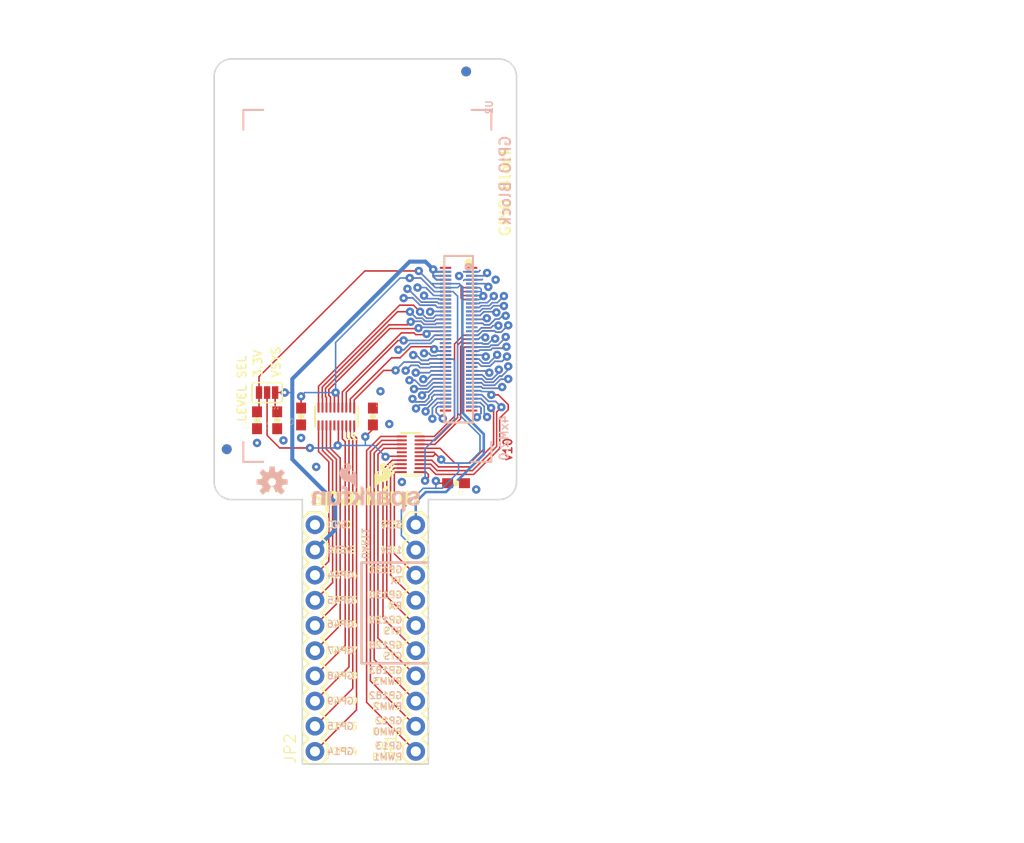
<source format=kicad_pcb>
(kicad_pcb (version 20211014) (generator pcbnew)
  (layers (0 "F.Cu" signal) (1 "In1.Cu" signal) (2 "In2.Cu" signal) (31 "B.Cu" signal) (34 "B.Paste" user) (35 "F.Paste" user) (36 "B.SilkS" user "B.Silkscreen") (37 "F.SilkS" user "F.Silkscreen") (38 "B.Mask" user) (39 "F.Mask" user) (44 "Edge.Cuts" user))
  (net 0 "")
  (net 1 "GND")
  (net 2 "VSYS")
  (net 3 "3.3V")
  (net 4 "GP183_PWM3")
  (net 5 "GP182_PWM2")
  (net 6 "GP13_PWM1")
  (net 7 "GP12_PWM0")
  (net 8 "GP14")
  (net 9 "GP15")
  (net 10 "GP49")
  (net 11 "GP48")
  (net 12 "GP47")
  (net 13 "GP46")
  (net 14 "GP45")
  (net 15 "GP165")
  (net 16 "GP44")
  (net 17 "PSW")
  (net 18 "FAULT")
  (net 19 "USB_VBUS")
  (net 20 "USB_DN")
  (net 21 "USB_DP")
  (net 22 "USB_ID")
  (net 23 "GP114_SPI_2_RXD")
  (net 24 "GP115_SPI_2_TXD")
  (net 25 "GP109_SPI_2_CLK")
  (net 26 "GP110_SPI_2_FS0")
  (net 27 "GP111_SPI_2_FS1")
  (net 28 "GP135_UART_2_TX")
  (net 29 "GP134_UART_2_RX")
  (net 30 "GP43_I2S_2_TXD")
  (net 31 "GP41_I2S_2_FS")
  (net 32 "GP40_I2S_2_CLK")
  (net 33 "GP42_I2S_2_RXD")
  (net 34 "GP28_I2C_6_SDA")
  (net 35 "GP27_I2C_6_SCL")
  (net 36 "GP20_I2C_1_SDA")
  (net 37 "GP19_I2C_1_SCL")
  (net 38 "GP131_UART_1_TX")
  (net 39 "GP130_UART_1_RX")
  (net 40 "GP129_UART_1_RTS")
  (net 41 "GP128_UART_1_CTS")
  (net 42 "GP84_SD_CLK_FB")
  (net 43 "GP78_SD_0_CLK")
  (net 44 "GP77_SD_0_CD#")
  (net 45 "GP79_SD_0_CMD")
  (net 46 "GP80_SD_0_DAT0")
  (net 47 "GP81_SD_0_DAT1")
  (net 48 "GP82_SD_0_DAT2")
  (net 49 "GP83_SD_0_DAT3")
  (net 50 "MSIC_SLP_CLK")
  (net 51 "RESET_OUT#")
  (net 52 "PWRBTN#")
  (net 53 "V_BAT_BKUP")
  (net 54 "1.8V")
  (net 55 "FW_RCVR")
  (net 56 "RCVR_MODE")
  (net 57 "OSC_CLK_OUT")
  (net 58 "N$1")
  (net 59 "N$2")
  (net 60 "N$3")
  (net 61 "N$4")
  (net 62 "N$5")
  (net 63 "N$6")
  (net 64 "N$7")
  (net 65 "N$8")
  (net 66 "N$15")
  (net 67 "N$16")
  (net 68 "N$17")
  (net 69 "N$18")
  (net 70 "N$11")
  (net 71 "N$12")
  (net 72 "N$13")
  (net 73 "N$14")
  (net 74 "GPIO_REFERENCE_SELECT")
  (net 75 "DCIN")
  (footprint "boardEagle:CREATIVE_COMMONS" (layer "F.Cu") (at 131.9911 148.1836)
    (fp_text reference "FRAME1" hide)
    (fp_text value "FRAME-LETTER" hide)
  )
  (footprint "boardEagle:0603-CAP" (layer "F.Cu") (at 149.2631 105.5116 -90)
    (fp_text reference "C5")
    (fp_text value "0.1uF")
  )
  (footprint "" (layer "F.Cu") (at 135.1661 111.9886)
    (fp_text reference "@HOLE1" hide)
    (fp_text value "")
  )
  (footprint "boardEagle:PAD-JUMPER-3-2OF3_NC_BY_PASTE_YES_SILK_FULL_BOX" (layer "F.Cu") (at 138.5951 103.0986 180)
    (fp_text reference "SJ1")
    (fp_text value "GPIO Reference Select")
  )
  (footprint "boardEagle:SFE_LOGO_NAME_FLAME_.1" (layer "F.Cu") (at 142.5575 115.4176)
    (fp_text reference "LOGO4" hide)
    (fp_text value "SFE_LOGO_NAME_FLAME.1_INCH" hide)
  )
  (footprint "boardEagle:OSHW-LOGO-S" (layer "F.Cu") (at 139.1031 112.1156)
    (fp_text reference "LOGO1" hide)
    (fp_text value "OSHW-LOGOS" hide)
  )
  (footprint "" (layer "F.Cu") (at 161.8361 71.3486)
    (fp_text reference "@HOLE3" hide)
    (fp_text value "")
  )
  (footprint "" (layer "F.Cu") (at 161.8361 111.9886)
    (fp_text reference "@HOLE0" hide)
    (fp_text value "")
  )
  (footprint "boardEagle:0603-CAP" (layer "F.Cu") (at 137.5791 105.8926 90)
    (fp_text reference "C2")
    (fp_text value "0.1uF")
  )
  (footprint "boardEagle:CREATIVE_COMMONS" (layer "F.Cu") (at 131.9911 148.1836)
    (fp_text reference "FRAME2" hide)
    (fp_text value "FRAME-LETTER" hide)
  )
  (footprint "boardEagle:UFDFN-20" (layer "F.Cu") (at 153.0731 109.3216 90)
    (fp_text reference "U4")
    (fp_text value "TXB0108")
  )
  (footprint "boardEagle:0603-CAP" (layer "F.Cu") (at 139.6111 105.8926 90)
    (fp_text reference "C4")
    (fp_text value "0.1uF")
  )
  (footprint "boardEagle:FIDUCIAL-1X2" (layer "F.Cu") (at 134.5311 108.8136)
    (fp_text reference "FID1" hide)
    (fp_text value "FIDUCIAL1X2" hide)
  )
  (footprint "" (layer "F.Cu") (at 135.1661 71.3486)
    (fp_text reference "@HOLE2" hide)
    (fp_text value "")
  )
  (footprint "boardEagle:UFDFN-20" (layer "F.Cu") (at 145.5801 105.5116 180)
    (fp_text reference "U1")
    (fp_text value "TXB0108")
  )
  (footprint "boardEagle:0603-CAP" (layer "F.Cu") (at 142.0241 105.5116 90)
    (fp_text reference "C3")
    (fp_text value "0.1uF")
  )
  (footprint "boardEagle:1X10" (layer "F.Cu") (at 153.5811 139.2936 90)
    (fp_text reference "JP1")
    (fp_text value "M10\"")
  )
  (footprint "boardEagle:1X10" (layer "F.Cu") (at 143.4211 139.2936 90)
    (fp_text reference "JP2")
    (fp_text value "M10\"")
  )
  (footprint "boardEagle:0603-CAP" (layer "F.Cu") (at 157.6451 112.2426 180)
    (fp_text reference "C1")
    (fp_text value "0.1uF")
  )
  (footprint "boardEagle:FIDUCIAL-1X2" (layer "F.Cu") (at 158.6611 70.7136)
    (fp_text reference "FID2" hide)
    (fp_text value "FIDUCIAL1X2" hide)
  )
  (footprint "boardEagle:DF40C-70DP-0.4(51)" (layer "B.Cu") (at 157.9011 97.7138 90)
    (fp_text reference "U3" hide)
    (fp_text value "EDISON_CONNECTOR_FULLHEADER" hide)
  )
  (footprint "boardEagle:FIDUCIAL-1X2" (layer "B.Cu") (at 158.6611 70.7136 180)
    (fp_text reference "FID4" hide)
    (fp_text value "FIDUCIAL1X2" hide)
  )
  (footprint "boardEagle:FIDUCIAL-1X2" (layer "B.Cu") (at 134.5311 108.8136 180)
    (fp_text reference "FID3" hide)
    (fp_text value "FIDUCIAL1X2" hide)
  )
  (footprint "boardEagle:SFE_LOGO_NAME_FLAME_.1" (layer "B.Cu") (at 154.4701 115.4176 180)
    (fp_text reference "LOGO3" hide)
    (fp_text value "SFE_LOGO_NAME_FLAME.1_INCH" hide)
  )
  (footprint "boardEagle:EDISON_DAUGHTER" (layer "B.Cu") (at 161.2011 110.0836 180)
    (fp_text reference "U2")
    (fp_text value "EDISON_CONNECTOR_FULLMOUNTING_HOLES" hide)
  )
  (footprint "boardEagle:OSHW-LOGO-S" (layer "B.Cu") (at 139.1031 112.1156 180)
    (fp_text reference "LOGO2" hide)
    (fp_text value "OSHW-LOGOS" hide)
  )
  (gr_line (start 148.1201 120.2436) (end 154.8511 120.2436) (layer "B.SilkS") (width 0.254))
  (gr_line (start 154.8511 130.4036) (end 148.1201 130.4036) (layer "B.SilkS") (width 0.254))
  (gr_line (start 148.1201 120.2436) (end 148.1201 130.4036) (layer "B.SilkS") (width 0.254))
  (gr_line (start 148.1201 120.2436) (end 154.8511 120.2436) (layer "F.SilkS") (width 0.254))
  (gr_line (start 154.8511 130.4036) (end 148.1201 130.4036) (layer "F.SilkS") (width 0.254))
  (gr_line (start 148.1201 130.4036) (end 148.1201 120.2436) (layer "F.SilkS") (width 0.254))
  (gr_line (start 163.7411 71.2216) (end 163.7411 112.1156) (layer "Edge.Cuts") (width 0.1524))
  (gr_arc (start 163.7411 112.1156) (mid 163.220336 113.372836) (end 161.9631 113.8936) (layer "Edge.Cuts") (width 0.1524))
  (gr_line (start 161.9631 113.8936) (end 154.8511 113.8936) (layer "Edge.Cuts") (width 0.1524))
  (gr_line (start 133.2611 112.1156) (end 133.2611 71.2216) (layer "Edge.Cuts") (width 0.1524))
  (gr_line (start 154.8511 140.5636) (end 142.1511 140.5636) (layer "Edge.Cuts") (width 0.1524))
  (gr_line (start 135.0391 69.4436) (end 161.9631 69.4436) (layer "Edge.Cuts") (width 0.1524))
  (gr_line (start 154.8511 113.8936) (end 154.8511 140.5636) (layer "Edge.Cuts") (width 0.1524))
  (gr_arc (start 135.0391 113.8936) (mid 133.781864 113.372836) (end 133.2611 112.1156) (layer "Edge.Cuts") (width 0.1524))
  (gr_arc (start 133.2611 71.2216) (mid 133.781864 69.964364) (end 135.0391 69.4436) (layer "Edge.Cuts") (width 0.1524))
  (gr_line (start 142.1511 140.5636) (end 142.1511 113.8936) (layer "Edge.Cuts") (width 0.1524))
  (gr_line (start 142.1511 113.8936) (end 135.0391 113.8936) (layer "Edge.Cuts") (width 0.1524))
  (gr_arc (start 161.9631 69.4436) (mid 163.220336 69.964364) (end 163.7411 71.2216) (layer "Edge.Cuts") (width 0.1524))
  (gr_text "v10" (at 163.3601 110.0836 90) (layer "F.Cu") (effects (font (size 0.8636 0.8636) (thickness 0.1524)) (justify left bottom)))
  (gr_text "GP183\nPWM3" (at 152.3111 131.6736) (layer "B.SilkS") (effects (font (size 0.69088 0.69088) (thickness 0.12192)) (justify left mirror)))
  (gr_text "GP48" (at 144.5641 131.6736) (layer "B.SilkS") (effects (font (size 0.69088 0.69088) (thickness 0.12192)) (justify right mirror)))
  (gr_text "GND" (at 144.5641 116.4336) (layer "B.SilkS") (effects (font (size 0.69088 0.69088) (thickness 0.12192)) (justify right mirror)))
  (gr_text "4xM2.0" (at 162.4711 107.6706 -270) (layer "B.SilkS") (effects (font (size 0.8636 0.8636) (thickness 0.1524)) (justify mirror)))
  (gr_text "GP49" (at 144.5641 134.2136) (layer "B.SilkS") (effects (font (size 0.69088 0.69088) (thickness 0.12192)) (justify right mirror)))
  (gr_text "1.8v" (at 152.3111 118.9736) (layer "B.SilkS") (effects (font (size 0.69088 0.69088) (thickness 0.12192)) (justify left mirror)))
  (gr_text "3.3v" (at 152.3111 116.4336) (layer "B.SilkS") (effects (font (size 0.69088 0.69088) (thickness 0.12192)) (justify left mirror)))
  (gr_text "GP46" (at 144.5641 126.4666) (layer "B.SilkS") (effects (font (size 0.69088 0.69088) (thickness 0.12192)) (justify right mirror)))
  (gr_text "GP182\nPWM2" (at 152.3111 134.2136) (layer "B.SilkS") (effects (font (size 0.69088 0.69088) (thickness 0.12192)) (justify left mirror)))
  (gr_text "VSYS" (at 144.5641 118.9736) (layer "B.SilkS") (effects (font (size 0.69088 0.69088) (thickness 0.12192)) (justify right mirror)))
  (gr_text "GP45" (at 144.5641 124.0536) (layer "B.SilkS") (effects (font (size 0.69088 0.69088) (thickness 0.12192)) (justify right mirror)))
  (gr_text "GP131\nTX" (at 152.3111 121.5136) (layer "B.SilkS") (effects (font (size 0.69088 0.69088) (thickness 0.12192)) (justify left mirror)))
  (gr_text "GP128\nCTS" (at 152.3111 129.1336) (layer "B.SilkS") (effects (font (size 0.69088 0.69088) (thickness 0.12192)) (justify left mirror)))
  (gr_text "GP15" (at 144.5641 136.7536) (layer "B.SilkS") (effects (font (size 0.69088 0.69088) (thickness 0.12192)) (justify right mirror)))
  (gr_text "UART1" (at 148.5011 119.9896 -90) (layer "B.SilkS") (effects (font (size 0.69088 0.69088) (thickness 0.12192)) (justify left mirror)))
  (gr_text "GP47" (at 144.5641 129.1336) (layer "B.SilkS") (effects (font (size 0.69088 0.69088) (thickness 0.12192)) (justify right mirror)))
  (gr_text "GP14" (at 144.5641 139.2936) (layer "B.SilkS") (effects (font (size 0.69088 0.69088) (thickness 0.12192)) (justify right mirror)))
  (gr_text "GP13\nPWM1" (at 152.3111 139.2936) (layer "B.SilkS") (effects (font (size 0.69088 0.69088) (thickness 0.12192)) (justify left mirror)))
  (gr_text "GP44" (at 144.5641 121.5136) (layer "B.SilkS") (effects (font (size 0.69088 0.69088) (thickness 0.12192)) (justify right mirror)))
  (gr_text "GP130\nRX" (at 152.3111 124.0536) (layer "B.SilkS") (effects (font (size 0.69088 0.69088) (thickness 0.12192)) (justify left mirror)))
  (gr_text "GPIO Block" (at 163.2331 77.0636 -270) (layer "B.SilkS") (effects (font (size 1.0795 1.0795) (thickness 0.1905)) (justify left bottom mirror)))
  (gr_text "GP129\nRTS" (at 152.3111 126.5936) (layer "B.SilkS") (effects (font (size 0.69088 0.69088) (thickness 0.12192)) (justify left mirror)))
  (gr_text "GP12\nPWM0" (at 152.3111 136.7536) (layer "B.SilkS") (effects (font (size 0.69088 0.69088) (thickness 0.12192)) (justify left mirror)))
  (gr_text "GP15" (at 144.9451 136.7536) (layer "F.SilkS") (effects (font (size 0.69088 0.69088) (thickness 0.12192)) (justify left)))
  (gr_text "GP129\nRTS" (at 152.1841 126.5936) (layer "F.SilkS") (effects (font (size 0.69088 0.69088) (thickness 0.12192)) (justify right)))
  (gr_text "GP130\nRX" (at 152.1841 124.0536) (layer "F.SilkS") (effects (font (size 0.69088 0.69088) (thickness 0.12192)) (justify right)))
  (gr_text "GP183\nPWM3" (at 152.1841 131.6736) (layer "F.SilkS") (effects (font (size 0.69088 0.69088) (thickness 0.12192)) (justify right)))
  (gr_text "1.8v" (at 152.1841 118.9736) (layer "F.SilkS") (effects (font (size 0.69088 0.69088) (thickness 0.12192)) (justify right)))
  (gr_text "GP46" (at 144.9451 126.4666) (layer "F.SilkS") (effects (font (size 0.69088 0.69088) (thickness 0.12192)) (justify left)))
  (gr_text "VSYS" (at 144.9451 118.9736) (layer "F.SilkS") (effects (font (size 0.69088 0.69088) (thickness 0.12192)) (justify left)))
  (gr_text "GP44" (at 144.9451 121.5136) (layer "F.SilkS") (effects (font (size 0.69088 0.69088) (thickness 0.12192)) (justify left)))
  (gr_text "GPIO Block" (at 163.2331 87.4776 90) (layer "F.SilkS") (effects (font (size 1.0795 1.0795) (thickness 0.1905)) (justify left bottom)))
  (gr_text "GP47" (at 144.9451 129.1336) (layer "F.SilkS") (effects (font (size 0.69088 0.69088) (thickness 0.12192)) (justify left)))
  (gr_text "LEVEL SEL" (at 136.5631 102.7176 90) (layer "F.SilkS") (effects (font (size 0.8636 0.8636) (thickness 0.1524)) (justify bottom)))
  (gr_text "GP49" (at 144.9451 134.2136) (layer "F.SilkS") (effects (font (size 0.69088 0.69088) (thickness 0.12192)) (justify left)))
  (gr_text "GP12\nPWM0" (at 152.1841 136.7536) (layer "F.SilkS") (effects (font (size 0.69088 0.69088) (thickness 0.12192)) (justify right)))
  (gr_text "3.3v" (at 152.3111 116.4336) (layer "F.SilkS") (effects (font (size 0.69088 0.69088) (thickness 0.12192)) (justify right)))
  (gr_text "GP182\nPWM2" (at 152.1841 134.2136) (layer "F.SilkS") (effects (font (size 0.69088 0.69088) (thickness 0.12192)) (justify right)))
  (gr_text "GND" (at 144.9451 116.4336) (layer "F.SilkS") (effects (font (size 0.69088 0.69088) (thickness 0.12192)) (justify left)))
  (gr_text "VSYS" (at 139.0015 101.6762 90) (layer "F.SilkS") (effects (font (size 0.8636 0.8636) (thickness 0.1524)) (justify left top)))
  (gr_text "UART1" (at 148.5011 119.9896 90) (layer "F.SilkS") (effects (font (size 0.69088 0.69088) (thickness 0.12192)) (justify left)))
  (gr_text "GP14" (at 144.9451 139.2936) (layer "F.SilkS") (effects (font (size 0.69088 0.69088) (thickness 0.12192)) (justify left)))
  (gr_text "3.3V" (at 138.1887 101.6762 90) (layer "F.SilkS") (effects (font (size 0.8636 0.8636) (thickness 0.1524)) (justify left bottom)))
  (gr_text "GP45" (at 144.9451 124.0536) (layer "F.SilkS") (effects (font (size 0.69088 0.69088) (thickness 0.12192)) (justify left)))
  (gr_text "GP13\nPWM1" (at 152.1841 139.2936) (layer "F.SilkS") (effects (font (size 0.69088 0.69088) (thickness 0.12192)) (justify right)))
  (gr_text "GP48" (at 144.9451 131.6736) (layer "F.SilkS") (effects (font (size 0.69088 0.69088) (thickness 0.12192)) (justify left)))
  (gr_text "GP128\nCTS" (at 152.1841 129.1336) (layer "F.SilkS") (effects (font (size 0.69088 0.69088) (thickness 0.12192)) (justify right)))
  (gr_text "GP131\nTX" (at 152.1841 121.5136) (layer "F.SilkS") (effects (font (size 0.69088 0.69088) (thickness 0.12192)) (justify right)))
  (segment (start 158.4201 93.7136) (end 158.2801 93.5736) (width 0.1524) (layer "F.Cu") (net 1))
  (segment (start 158.4201 93.7136) (end 160.0451 93.7136) (width 0.1524) (layer "F.Cu") (net 1))
  (segment (start 159.2211 92.5136) (end 160.0141 92.5136) (width 0.1524) (layer "F.Cu") (net 1))
  (segment (start 159.2211 93.3138) (end 158.4129 93.3138) (width 0.1524) (layer "F.Cu") (net 1))
  (segment (start 158.4129 93.3138) (end 158.4071 93.3196) (width 0.1524) (layer "F.Cu") (net 1))
  (segment (start 159.2211 93.3138) (end 160.4333 93.3138) (width 0.1524) (layer "F.Cu") (net 1))
  (segment (start 159.9311 90.9066) (end 159.1691 90.9066) (width 0.1524) (layer "F.Cu") (net 1))
  (segment (start 158.1531 93.5736) (end 158.1531 93.1926) (width 0.1524) (layer "F.Cu") (net 1))
  (segment (start 159.2211 92.9136) (end 160.1601 92.9136) (width 0.1524) (layer "F.Cu") (net 1))
  (segment (start 159.2211 92.5138) (end 159.2211 92.5136) (width 0.1524) (layer "F.Cu") (net 1))
  (segment (start 159.2211 91.7138) (end 159.2211 91.7136) (width 0.1524) (layer "F.Cu") (net 1))
  (segment (start 159.2211 90.9138) (end 158.4143 90.9138) (width 0.1524) (layer "F.Cu") (net 1))
  (segment (start 160.3063 93.3138) (end 160.3121 93.3196) (width 0.1524) (layer "F.Cu") (net 1))
  (segment (start 159.2211 91.7136) (end 160.2671 91.7136) (width 0.1524) (layer "F.Cu") (net 1))
  (segment (start 158.4143 90.9138) (end 158.4071 90.9066) (width 0.1524) (layer "F.Cu") (net 1))
  (segment (start 159.2211 93.3138) (end 160.3063 93.3138) (width 0.1524) (layer "F.Cu") (net 1))
  (segment (start 158.1531 93.1926) (end 158.1531 92.8116) (width 0.1524) (layer "F.Cu") (net 1))
  (segment (start 159.2211 93.3138) (end 158.2743 93.3138) (width 0.1524) (layer "F.Cu") (net 1))
  (segment (start 158.4891 91.7136) (end 159.2211 91.7136) (width 0.1524) (layer "F.Cu") (net 1))
  (segment (start 160.4333 93.3138) (end 160.4391 93.3196) (width 0.1524) (layer "F.Cu") (net 1))
  (segment (start 158.1531 92.4306) (end 158.1531 92.8116) (width 0.1524) (layer "F.Cu") (net 1))
  (segment (start 159.2211 93.7138) (end 158.2933 93.7138) (width 0.1524) (layer "F.Cu") (net 1))
  (segment (start 158.2743 93.3138) (end 158.1531 93.1926) (width 0.1524) (layer "F.Cu") (net 1))
  (segment (start 158.2933 93.7138) (end 158.1531 93.5736) (width 0.1524) (layer "F.Cu") (net 1))
  (segment (start 159.2211 92.5138) (end 158.2363 92.5138) (width 0.1524) (layer "F.Cu") (net 1))
  (segment (start 159.2211 92.9138) (end 158.2553 92.9138) (width 0.1524) (layer "F.Cu") (net 1))
  (segment (start 160.0581 90.7796) (end 159.9311 90.9066) (width 0.1524) (layer "F.Cu") (net 1))
  (segment (start 158.2363 92.5138) (end 158.1531 92.4306) (width 0.1524) (layer "F.Cu") (net 1))
  (segment (start 158.2553 92.9138) (end 158.1531 92.8116) (width 0.1524) (layer "F.Cu") (net 1))
  (via (at 140.2461 107.9246) (size 0.8382) (drill 0.3302) (layers "F.Cu" "B.Cu") (net 1))
  (via (at 142.0241 107.6706) (size 0.8382) (drill 0.3302) (layers "F.Cu" "B.Cu") (net 1))
  (via (at 150.0251 102.9716) (size 0.8382) (drill 0.3302) (layers "F.Cu" "B.Cu") (net 1))
  (via (at 152.1841 112.1156) (size 0.8382) (drill 0.3302) (layers "F.Cu" "B.Cu") (net 1))
  (via (at 143.5481 110.5916) (size 0.8382) (drill 0.3302) (layers "F.Cu" "B.Cu") (net 1))
  (via (at 137.5791 108.1786) (size 0.8382) (drill 0.3302) (layers "F.Cu" "B.Cu") (net 1))
  (via (at 160.3883 93.3704) (size 0.8382) (drill 0.3302) (layers "F.Cu" "B.Cu") (net 1))
  (via (at 150.9141 106.2736) (size 0.8382) (drill 0.3302) (layers "F.Cu" "B.Cu") (net 1))
  (via (at 161.6329 91.7194) (size 0.8382) (drill 0.3302) (layers "F.Cu" "B.Cu") (net 1))
  (via (at 157.9499 91.3384) (size 0.8382) (drill 0.3302) (layers "F.Cu" "B.Cu") (net 1))
  (via (at 159.6771 112.8776) (size 0.8382) (drill 0.3302) (layers "F.Cu" "B.Cu") (net 1))
  (segment (start 160.2671 91.7136) (end 160.3121 91.6686) (width 0.1524) (layer "B.Cu") (net 1))
  (segment (start 160.1793 93.3138) (end 160.4333 93.3138) (width 0.1524) (layer "B.Cu") (net 1))
  (segment (start 160.0139 92.5138) (end 160.0141 92.5136) (width 0.1524) (layer "B.Cu") (net 1))
  (segment (start 158.4891 91.7136) (end 158.4071 91.7956) (width 0.1524) (layer "B.Cu") (net 1))
  (segment (start 160.3121 93.4466) (end 160.3883 93.3704) (width 0.1524) (layer "B.Cu") (net 1))
  (segment (start 160.1851 92.9386) (end 160.1851 93.1672) (width 0.1524) (layer "B.Cu") (net 1))
  (segment (start 159.2211 91.7136) (end 160.2671 91.7136) (width 0.1524) (layer "B.Cu") (net 1))
  (segment (start 160.0451 93.7136) (end 160.3121 93.4466) (width 0.1524) (layer "B.Cu") (net 1))
  (segment (start 158.8713 92.5138) (end 160.0139 92.5138) (width 0.1524) (layer "B.Cu") (net 1))
  (segment (start 160.1851 93.1672) (end 160.3883 93.3704) (width 0.1524) (layer "B.Cu") (net 1))
  (segment (start 160.0141 92.5136) (end 160.1851 92.6846) (width 0.1524) (layer "B.Cu") (net 1))
  (segment (start 159.2211 93.3136) (end 159.1751 93.3136) (width 0.1524) (layer "B.Cu") (net 1))
  (segment (start 159.2211 93.3138) (end 160.1793 93.3138) (width 0.1524) (layer "B.Cu") (net 1))
  (segment (start 159.1751 93.3136) (end 159.1691 93.3196) (width 0.1524) (layer "B.Cu") (net 1))
  (segment (start 159.2211 90.9136) (end 158.4141 90.9136) (width 0.1524) (layer "B.Cu") (net 1))
  (segment (start 160.1851 92.6846) (end 160.1851 92.9386) (width 0.1524) (layer "B.Cu") (net 1))
  (segment (start 159.2211 91.7136) (end 158.4891 91.7136) (width 0.1524) (layer "B.Cu") (net 1))
  (segment (start 159.2211 93.7136) (end 160.0451 93.7136) (width 0.1524) (layer "B.Cu") (net 1))
  (segment (start 160.1793 93.3138) (end 160.3121 93.4466) (width 0.1524) (layer "B.Cu") (net 1))
  (segment (start 159.2211 92.9136) (end 160.1601 92.9136) (width 0.1524) (layer "B.Cu") (net 1))
  (segment (start 159.9241 90.9136) (end 160.0581 90.7796) (width 0.1524) (layer "B.Cu") (net 1))
  (segment (start 159.2211 90.9136) (end 159.9241 90.9136) (width 0.1524) (layer "B.Cu") (net 1))
  (segment (start 159.2211 92.5136) (end 160.0141 92.5136) (width 0.1524) (layer "B.Cu") (net 1))
  (segment (start 158.4141 90.9136) (end 158.4071 90.9066) (width 0.1524) (layer "B.Cu") (net 1))
  (segment (start 159.2211 93.3138) (end 159.2211 93.3136) (width 0.1524) (layer "B.Cu") (net 1))
  (segment (start 160.1601 92.9136) (end 160.1851 92.9386) (width 0.1524) (layer "B.Cu") (net 1))
  (segment (start 159.1691 93.3196) (end 159.1691 93.3138) (width 0.1524) (layer "B.Cu") (net 1))
  (segment (start 155.3411 91.2876) (end 155.3411 90.6786) (width 0.1778) (layer "F.Cu") (net 2))
  (segment (start 139.6111 105.0426) (end 139.4079 104.8394) (width 0.1524) (layer "F.Cu") (net 2))
  (segment (start 155.3411 91.3966) (end 155.3411 91.2876) (width 0.1778) (layer "F.Cu") (net 2))
  (segment (start 139.4079 104.8394) (end 139.4079 103.0986) (width 0.1524) (layer "F.Cu") (net 2))
  (segment (start 156.5811 91.7138) (end 155.6583 91.7138) (width 0.1778) (layer "F.Cu") (net 2))
  (segment (start 155.3411 90.6786) (end 155.5763 90.9138) (width 0.2032) (layer "F.Cu") (net 2))
  (segment (start 155.5763 90.9138) (end 156.5811 90.9138) (width 0.2032) (layer "F.Cu") (net 2))
  (segment (start 156.5811 91.3138) (end 155.3673 91.3138) (width 0.1778) (layer "F.Cu") (net 2))
  (segment (start 155.3673 91.3138) (end 155.3411 91.2876) (width 0.1778) (layer "F.Cu") (net 2))
  (segment (start 139.4079 103.0986) (end 140.3731 103.0986) (width 0.1524) (layer "F.Cu") (net 2))
  (segment (start 155.6583 91.7138) (end 155.3411 91.3966) (width 0.1778) (layer "F.Cu") (net 2))
  (via (at 155.3411 90.6786) (size 0.8382) (drill 0.3302) (layers "F.Cu" "B.Cu") (net 2))
  (via (at 140.3731 103.0986) (size 0.8382) (drill 0.3302) (layers "F.Cu" "B.Cu") (net 2))
  (segment (start 154.5531 89.8906) (end 155.3411 90.6786) (width 0.4064) (layer "B.Cu") (net 2))
  (segment (start 155.3411 90.6786) (end 155.5761 90.9136) (width 0.2032) (layer "B.Cu") (net 2))
  (segment (start 155.3671 91.3136) (end 155.3411 91.2876) (width 0.1778) (layer "B.Cu") (net 2))
  (segment (start 145.4531 114.1476) (end 145.4531 116.9416) (width 0.4064) (layer "B.Cu") (net 2))
  (segment (start 152.9715 89.8906) (end 154.5531 89.8906) (width 0.4064) (layer "B.Cu") (net 2))
  (segment (start 140.3731 103.0986) (end 141.1351 103.0986) (width 0.1524) (layer "B.Cu") (net 2))
  (segment (start 143.4211 118.9736) (end 145.4531 116.9416) (width 0.4064) (layer "B.Cu") (net 2))
  (segment (start 155.3411 91.2876) (end 155.3411 91.3966) (width 0.1778) (layer "B.Cu") (net 2))
  (segment (start 155.6581 91.7136) (end 155.3411 91.3966) (width 0.1778) (layer "B.Cu") (net 2))
  (segment (start 141.1351 103.0986) (end 141.1351 109.8296) (width 0.4064) (layer "B.Cu") (net 2))
  (segment (start 156.5811 91.3136) (end 155.3671 91.3136) (width 0.1778) (layer "B.Cu") (net 2))
  (segment (start 155.5761 90.9136) (end 156.5811 90.9136) (width 0.2032) (layer "B.Cu") (net 2))
  (segment (start 141.1351 103.0986) (end 141.1351 101.727) (width 0.4064) (layer "B.Cu") (net 2))
  (segment (start 156.5811 91.7136) (end 155.6581 91.7136) (width 0.1778) (layer "B.Cu") (net 2))
  (segment (start 155.3411 90.6786) (end 155.3411 91.2876) (width 0.1778) (layer "B.Cu") (net 2))
  (segment (start 141.1351 109.8296) (end 145.4531 114.1476) (width 0.4064) (layer "B.Cu") (net 2))
  (segment (start 141.1351 101.727) (end 152.9715 89.8906) (width 0.4064) (layer "B.Cu") (net 2))
  (segment (start 148.4503 90.8304) (end 153.8859 90.8304) (width 0.1524) (layer "F.Cu") (net 3))
  (segment (start 137.7823 103.0986) (end 137.7061 103.0224) (width 0.254) (layer "F.Cu") (net 3))
  (segment (start 137.7823 101.4984) (end 137.7823 103.0986) (width 0.1524) (layer "F.Cu") (net 3))
  (segment (start 156.5811 92.1136) (end 155.1691 92.1136) (width 0.1524) (layer "F.Cu") (net 3))
  (segment (start 137.7823 104.8394) (end 137.5791 105.0426) (width 0.1524) (layer "F.Cu") (net 3))
  (segment (start 156.5811 92.5138) (end 155.5693 92.5138) (width 0.1524) (layer "F.Cu") (net 3))
  (segment (start 156.5811 92.1136) (end 156.5811 92.1138) (width 0.1524) (layer "F.Cu") (net 3))
  (segment (start 148.4503 90.8304) (end 137.7823 101.4984) (width 0.1524) (layer "F.Cu") (net 3))
  (segment (start 155.1691 92.1136) (end 153.8859 90.8304) (width 0.1524) (layer "F.Cu") (net 3))
  (segment (start 155.5693 92.5138) (end 155.1691 92.1136) (width 0.1524) (layer "F.Cu") (net 3))
  (segment (start 137.7823 103.0986) (end 137.7823 104.8394) (width 0.1524) (layer "F.Cu") (net 3))
  (via (at 153.8859 90.8304) (size 0.8382) (drill 0.3302) (layers "F.Cu" "B.Cu") (net 3))
  (segment (start 156.5809 92.5136) (end 156.5811 92.5138) (width 0.1524) (layer "B.Cu") (net 3))
  (segment (start 160.4391 109.3216) (end 160.4391 107.2896) (width 0.254) (layer "B.Cu") (net 3))
  (segment (start 157.9631 92.1136) (end 158.2801 92.4306) (width 0.1524) (layer "B.Cu") (net 3))
  (segment (start 158.2801 92.4306) (end 158.2801 92.5576) (width 0.254) (layer "B.Cu") (net 3))
  (segment (start 153.5811 116.4336) (end 153.5811 114.1476) (width 0.254) (layer "B.Cu") (net 3))
  (segment (start 153.5811 114.1476) (end 154.5971 113.1316) (width 0.254) (layer "B.Cu") (net 3))
  (segment (start 156.5811 92.5138) (end 155.5693 92.5138) (width 0.1524) (layer "B.Cu") (net 3))
  (segment (start 154.5971 113.1316) (end 156.6291 113.1316) (width 0.254) (layer "B.Cu") (net 3))
  (segment (start 153.8859 90.8304) (end 155.1691 92.1136) (width 0.1524) (layer "B.Cu") (net 3))
  (segment (start 155.5693 92.5138) (end 155.1691 92.1136) (width 0.1524) (layer "B.Cu") (net 3))
  (segment (start 158.2801 105.1306) (end 158.2801 92.5576) (width 0.254) (layer "B.Cu") (net 3))
  (segment (start 156.5811 92.5138) (end 157.8159 92.5138) (width 0.1524) (layer "B.Cu") (net 3))
  (segment (start 156.5811 92.1136) (end 155.1691 92.1136) (width 0.1524) (layer "B.Cu") (net 3))
  (segment (start 160.4391 107.2896) (end 158.2801 105.1306) (width 0.254) (layer "B.Cu") (net 3))
  (segment (start 157.8159 92.5138) (end 158.0261 92.3036) (width 0.1524) (layer "B.Cu") (net 3))
  (segment (start 157.9631 92.1136) (end 156.5811 92.1136) (width 0.1524) (layer "B.Cu") (net 3))
  (segment (start 156.5811 92.5138) (end 156.5811 92.5136) (width 0.1524) (layer "B.Cu") (net 3))
  (segment (start 156.6291 113.1316) (end 160.4391 109.3216) (width 0.254) (layer "B.Cu") (net 3))
  (segment (start 159.2211 98.5012) (end 159.2211 98.5138) (width 0.1524) (layer "F.Cu") (net 4))
  (segment (start 158.5087 98.5012) (end 158.4071 98.6028) (width 0.1524) (layer "F.Cu") (net 4))
  (segment (start 160.9979 98.5012) (end 159.8803 98.5012) (width 0.1524) (layer "F.Cu") (net 4))
  (segment (start 158.4071 105.2576) (end 160.4391 107.2896) (width 0.1524) (layer "F.Cu") (net 4))
  (segment (start 161.1757 98.3234) (end 160.9979 98.5012) (width 0.1524) (layer "F.Cu") (net 4))
  (segment (start 159.8677 98.5138) (end 159.2211 98.5138) (width 0.1524) (layer "F.Cu") (net 4))
  (segment (start 158.4071 98.6028) (end 158.4071 105.2576) (width 0.1524) (layer "F.Cu") (net 4))
  (segment (start 156.0291 108.7216) (end 153.9731 108.7216) (width 0.1524) (layer "F.Cu") (net 4))
  (segment (start 160.4391 108.8136) (end 159.0421 110.2106) (width 0.1524) (layer "F.Cu") (net 4))
  (segment (start 157.5181 110.2106) (end 156.0291 108.7216) (width 0.1524) (layer "F.Cu") (net 4))
  (segment (start 161.8615 98.3234) (end 161.1757 98.3234) (width 0.1524) (layer "F.Cu") (net 4))
  (segment (start 159.0421 110.2106) (end 157.5181 110.2106) (width 0.1524) (layer "F.Cu") (net 4))
  (segment (start 158.5087 98.5012) (end 159.2211 98.5012) (width 0.1524) (layer "F.Cu") (net 4))
  (segment (start 162.6489 97.536) (end 161.8615 98.3234) (width 0.1524) (layer "F.Cu") (net 4))
  (segment (start 159.8803 98.5012) (end 159.8677 98.5138) (width 0.1524) (layer "F.Cu") (net 4))
  (segment (start 162.6489 97.4852) (end 162.6489 97.536) (width 0.1524) (layer "F.Cu") (net 4))
  (segment (start 160.4391 107.2896) (end 160.4391 108.8136) (width 0.1524) (layer "F.Cu") (net 4))
  (via (at 162.6489 97.4852) (size 0.8382) (drill 0.3302) (layers "F.Cu" "B.Cu") (net 4))
  (segment (start 161.8615 98.3234) (end 162.6489 97.536) (width 0.1524) (layer "B.Cu") (net 4))
  (segment (start 159.2211 98.5136) (end 159.8679 98.5136) (width 0.1524) (layer "B.Cu") (net 4))
  (segment (start 159.8803 98.5012) (end 160.9979 98.5012) (width 0.1524) (layer "B.Cu") (net 4))
  (segment (start 159.8679 98.5136) (end 159.8803 98.5012) (width 0.1524) (layer "B.Cu") (net 4))
  (segment (start 162.6489 97.536) (end 162.6489 97.4852) (width 0.1524) (layer "B.Cu") (net 4))
  (segment (start 160.9979 98.5012) (end 161.1757 98.3234) (width 0.1524) (layer "B.Cu") (net 4))
  (segment (start 161.1757 98.3234) (end 161.8615 98.3234) (width 0.1524) (layer "B.Cu") (net 4))
  (segment (start 155.5209 108.3216) (end 153.9731 108.3216) (width 0.1524) (layer "F.Cu") (net 5))
  (segment (start 158.1023 105.7402) (end 155.5209 108.3216) (width 0.1524) (layer "F.Cu") (net 5))
  (segment (start 160.3629 98.1964) (end 160.8709 98.1964) (width 0.1524) (layer "F.Cu") (net 5))
  (segment (start 158.4389 98.1138) (end 159.2211 98.1138) (width 0.1524) (layer "F.Cu") (net 5))
  (segment (start 160.8709 98.1964) (end 161.4043 97.663) (width 0.1524) (layer "F.Cu") (net 5))
  (segment (start 160.2803 98.1138) (end 160.3629 98.1964) (width 0.1524) (layer "F.Cu") (net 5))
  (segment (start 158.4389 98.1138) (end 158.1023 98.4504) (width 0.1524) (layer "F.Cu") (net 5))
  (segment (start 161.4043 97.663) (end 161.5821 97.663) (width 0.1524) (layer "F.Cu") (net 5))
  (segment (start 158.1023 98.4504) (end 158.1023 105.7402) (width 0.1524) (layer "F.Cu") (net 5))
  (segment (start 159.2211 98.1138) (end 160.2803 98.1138) (width 0.1524) (layer "F.Cu") (net 5))
  (via (at 161.5821 97.663) (size 0.8382) (drill 0.3302) (layers "F.Cu" "B.Cu") (net 5))
  (segment (start 160.2801 98.1136) (end 159.2211 98.1136) (width 0.1524) (layer "B.Cu") (net 5))
  (segment (start 160.3629 98.1964) (end 160.2801 98.1136) (width 0.1524) (layer "B.Cu") (net 5))
  (segment (start 161.5821 97.663) (end 161.4043 97.663) (width 0.1524) (layer "B.Cu") (net 5))
  (segment (start 161.4043 97.663) (end 160.8709 98.1964) (width 0.1524) (layer "B.Cu") (net 5))
  (segment (start 160.8709 98.1964) (end 160.3629 98.1964) (width 0.1524) (layer "B.Cu") (net 5))
  (segment (start 161.5313 96.8756) (end 160.3121 96.8756) (width 0.1524) (layer "F.Cu") (net 6))
  (segment (start 159.8739 97.3138) (end 159.2211 97.3138) (width 0.1524) (layer "F.Cu") (net 6))
  (segment (start 162.9029 96.3168) (end 162.8775 96.3168) (width 0.1524) (layer "F.Cu") (net 6))
  (segment (start 157.4927 105.4862) (end 155.4573 107.5216) (width 0.1524) (layer "F.Cu") (net 6))
  (segment (start 157.4927 98.1964) (end 158.3753 97.3138) (width 0.1524) (layer "F.Cu") (net 6))
  (segment (start 158.3753 97.3138) (end 159.2211 97.3138) (width 0.1524) (layer "F.Cu") (net 6))
  (segment (start 160.3121 96.8756) (end 159.8739 97.3138) (width 0.1524) (layer "F.Cu") (net 6))
  (segment (start 157.4927 98.1964) (end 157.4927 105.4862) (width 0.1524) (layer "F.Cu") (net 6))
  (segment (start 155.4573 107.5216) (end 153.9731 107.5216) (width 0.1524) (layer "F.Cu") (net 6))
  (segment (start 162.8775 96.3168) (end 162.1917 97.0026) (width 0.1524) (layer "F.Cu") (net 6))
  (segment (start 161.6583 97.0026) (end 161.5313 96.8756) (width 0.1524) (layer "F.Cu") (net 6))
  (segment (start 162.1917 97.0026) (end 161.6583 97.0026) (width 0.1524) (layer "F.Cu") (net 6))
  (via (at 162.9029 96.3168) (size 0.8382) (drill 0.3302) (layers "F.Cu" "B.Cu") (net 6))
  (segment (start 159.8741 97.3136) (end 160.3121 96.8756) (width 0.1524) (layer "B.Cu") (net 6))
  (segment (start 162.1917 97.0026) (end 162.8775 96.3168) (width 0.1524) (layer "B.Cu") (net 6))
  (segment (start 161.6583 97.0026) (end 162.1917 97.0026) (width 0.1524) (layer "B.Cu") (net 6))
  (segment (start 160.3121 96.8756) (end 161.5313 96.8756) (width 0.1524) (layer "B.Cu") (net 6))
  (segment (start 159.2211 97.3136) (end 159.8741 97.3136) (width 0.1524) (layer "B.Cu") (net 6))
  (segment (start 162.8775 96.3168) (end 162.9029 96.3168) (width 0.1524) (layer "B.Cu") (net 6))
  (segment (start 161.5313 96.8756) (end 161.6583 97.0026) (width 0.1524) (layer "B.Cu") (net 6))
  (segment (start 155.4891 107.9216) (end 153.9731 107.9216) (width 0.1524) (layer "F.Cu") (net 7))
  (segment (start 157.7975 98.3234) (end 158.4071 97.7138) (width 0.1524) (layer "F.Cu") (net 7))
  (segment (start 160.0835 97.536) (end 160.5915 97.536) (width 0.1524) (layer "F.Cu") (net 7))
  (segment (start 157.7975 105.6132) (end 155.4891 107.9216) (width 0.1524) (layer "F.Cu") (net 7))
  (segment (start 157.7975 98.3234) (end 157.7975 105.6132) (width 0.1524) (layer "F.Cu") (net 7))
  (segment (start 158.4071 97.7138) (end 159.2211 97.7138) (width 0.1524) (layer "F.Cu") (net 7))
  (segment (start 159.2211 97.7138) (end 159.9057 97.7138) (width 0.1524) (layer "F.Cu") (net 7))
  (segment (start 159.9057 97.7138) (end 160.0835 97.536) (width 0.1524) (layer "F.Cu") (net 7))
  (via (at 160.5915 97.536) (size 0.8382) (drill 0.3302) (layers "F.Cu" "B.Cu") (net 7))
  (segment (start 159.9057 97.7138) (end 159.2213 97.7138) (width 0.1524) (layer "B.Cu") (net 7))
  (segment (start 159.2213 97.7138) (end 159.2211 97.7136) (width 0.1524) (layer "B.Cu") (net 7))
  (segment (start 160.5915 97.536) (end 160.0835 97.536) (width 0.1524) (layer "B.Cu") (net 7))
  (segment (start 160.0835 97.536) (end 159.9057 97.7138) (width 0.1524) (layer "B.Cu") (net 7))
  (segment (start 147.3801 103.8386) (end 147.3801 104.6616) (width 0.1524) (layer "F.Cu") (net 8))
  (segment (start 153.9113 100.0252) (end 152.3873 100.0252) (width 0.1524) (layer "F.Cu") (net 8))
  (segment (start 151.5491 100.8634) (end 150.3553 100.8634) (width 0.1524) (layer "F.Cu") (net 8))
  (segment (start 155.0035 100.1268) (end 154.9019 100.2284) (width 0.1524) (layer "F.Cu") (net 8))
  (segment (start 156.5811 100.1138) (end 156.5681 100.1268) (width 0.1524) (layer "F.Cu") (net 8))
  (segment (start 152.3873 100.0252) (end 151.5491 100.8634) (width 0.1524) (layer "F.Cu") (net 8))
  (segment (start 154.1145 100.2284) (end 153.9113 100.0252) (width 0.1524) (layer "F.Cu") (net 8))
  (segment (start 154.9019 100.2284) (end 154.1145 100.2284) (width 0.1524) (layer "F.Cu") (net 8))
  (segment (start 150.3553 100.8634) (end 147.3801 103.8386) (width 0.1524) (layer "F.Cu") (net 8))
  (segment (start 156.5681 100.1268) (end 155.0035 100.1268) (width 0.1524) (layer "F.Cu") (net 8))
  (via (at 151.5491 100.8634) (size 0.8382) (drill 0.3302) (layers "F.Cu" "B.Cu") (net 8))
  (segment (start 154.9019 100.2284) (end 155.0035 100.1268) (width 0.1524) (layer "B.Cu") (net 8))
  (segment (start 152.3873 100.0252) (end 153.9113 100.0252) (width 0.1524) (layer "B.Cu") (net 8))
  (segment (start 153.9113 100.0252) (end 154.1145 100.2284) (width 0.1524) (layer "B.Cu") (net 8))
  (segment (start 155.0035 100.1268) (end 156.5679 100.1268) (width 0.1524) (layer "B.Cu") (net 8))
  (segment (start 151.5491 100.8634) (end 152.3873 100.0252) (width 0.1524) (layer "B.Cu") (net 8))
  (segment (start 156.5679 100.1268) (end 156.5811 100.1136) (width 0.1524) (layer "B.Cu") (net 8))
  (segment (start 156.5679 100.1268) (end 156.5679 100.1268) (width 0.1524) (layer "B.Cu") (net 8))
  (segment (start 154.1145 100.2284) (end 154.9019 100.2284) (width 0.1524) (layer "B.Cu") (net 8))
  (segment (start 156.5811 98.9138) (end 155.6193 98.9138) (width 0.1524) (layer "F.Cu") (net 9))
  (segment (start 146.9801 103.756) (end 146.9801 104.6116) (width 0.1524) (layer "F.Cu") (net 9))
  (segment (start 152.0063 99.5934) (end 151.1427 99.5934) (width 0.1524) (layer "F.Cu") (net 9))
  (segment (start 151.1427 99.5934) (end 146.9801 103.756) (width 0.1524) (layer "F.Cu") (net 9))
  (segment (start 155.4353 98.7298) (end 155.1813 98.4758) (width 0.1524) (layer "F.Cu") (net 9))
  (segment (start 155.1813 98.4758) (end 153.1239 98.4758) (width 0.1524) (layer "F.Cu") (net 9))
  (segment (start 155.6193 98.9138) (end 155.4353 98.7298) (width 0.1524) (layer "F.Cu") (net 9))
  (segment (start 153.1239 98.4758) (end 152.0063 99.5934) (width 0.1524) (layer "F.Cu") (net 9))
  (via (at 155.4353 98.7298) (size 0.8382) (drill 0.3302) (layers "F.Cu" "B.Cu") (net 9))
  (segment (start 155.4353 98.7298) (end 155.6191 98.9136) (width 0.1524) (layer "B.Cu") (net 9))
  (segment (start 155.6191 98.9136) (end 156.5811 98.9136) (width 0.1524) (layer "B.Cu") (net 9))
  (segment (start 151.8031 97.8408) (end 146.5801 103.0638) (width 0.1524) (layer "F.Cu") (net 10))
  (segment (start 156.5811 97.3138) (end 155.4797 97.3138) (width 0.1524) (layer "F.Cu") (net 10))
  (segment (start 155.4797 97.3138) (end 154.9527 97.8408) (width 0.1524) (layer "F.Cu") (net 10))
  (segment (start 154.9527 97.8408) (end 152.3619 97.8408) (width 0.1524) (layer "F.Cu") (net 10))
  (segment (start 152.3619 97.8408) (end 151.8031 97.8408) (width 0.1524) (layer "F.Cu") (net 10))
  (segment (start 146.5801 103.0638) (end 146.5801 104.6116) (width 0.1524) (layer "F.Cu") (net 10))
  (via (at 152.3619 97.8408) (size 0.8382) (drill 0.3302) (layers "F.Cu" "B.Cu") (net 10))
  (segment (start 154.9527 97.8408) (end 155.4799 97.3136) (width 0.1524) (layer "B.Cu") (net 10))
  (segment (start 152.3619 97.8408) (end 154.9527 97.8408) (width 0.1524) (layer "B.Cu") (net 10))
  (segment (start 155.4799 97.3136) (end 156.5811 97.3136) (width 0.1524) (layer "B.Cu") (net 10))
  (segment (start 154.6733 97.1804) (end 154.9399 96.9138) (width 0.1524) (layer "F.Cu") (net 11))
  (segment (start 154.6733 97.1804) (end 154.5971 97.2566) (width 0.1524) (layer "F.Cu") (net 11))
  (segment (start 146.1801 103.032) (end 146.1801 104.6116) (width 0.1524) (layer "F.Cu") (net 11))
  (segment (start 154.9399 96.9138) (end 156.5811 96.9138) (width 0.1524) (layer "F.Cu") (net 11))
  (segment (start 153.5811 97.2566) (end 153.4033 97.0788) (width 0.1524) (layer "F.Cu") (net 11))
  (segment (start 153.4033 97.0788) (end 152.1333 97.0788) (width 0.1524) (layer "F.Cu") (net 11))
  (segment (start 154.5971 97.2566) (end 153.5811 97.2566) (width 0.1524) (layer "F.Cu") (net 11))
  (segment (start 152.1333 97.0788) (end 146.1801 103.032) (width 0.1524) (layer "F.Cu") (net 11))
  (via (at 154.6733 97.1804) (size 0.8382) (drill 0.3302) (layers "F.Cu" "B.Cu") (net 11))
  (segment (start 156.5811 96.9136) (end 154.9401 96.9136) (width 0.1524) (layer "B.Cu") (net 11))
  (segment (start 154.9401 96.9136) (end 154.6733 97.1804) (width 0.1524) (layer "B.Cu") (net 11))
  (segment (start 153.8097 96.647) (end 150.9649 96.647) (width 0.1524) (layer "F.Cu") (net 12))
  (segment (start 144.9801 103.54) (end 144.8181 103.378) (width 0.1524) (layer "F.Cu") (net 12))
  (segment (start 156.5811 96.5138) (end 155.6955 96.5138) (width 0.1524) (layer "F.Cu") (net 12))
  (segment (start 155.6893 96.52) (end 153.9367 96.52) (width 0.1524) (layer "F.Cu") (net 12))
  (segment (start 144.8181 102.7938) (end 145.1737 102.4382) (width 0.1524) (layer "F.Cu") (net 12))
  (segment (start 145.1737 102.4382) (end 145.2245 102.3874) (width 0.1524) (layer "F.Cu") (net 12))
  (segment (start 153.8605 96.5962) (end 153.8097 96.647) (width 0.1524) (layer "F.Cu") (net 12))
  (segment (start 144.8181 103.378) (end 144.8181 102.7938) (width 0.1524) (layer "F.Cu") (net 12))
  (segment (start 155.6955 96.5138) (end 155.6893 96.52) (width 0.1524) (layer "F.Cu") (net 12))
  (segment (start 144.9801 103.54) (end 144.9801 104.6116) (width 0.1524) (layer "F.Cu") (net 12))
  (segment (start 153.9367 96.52) (end 153.8605 96.5962) (width 0.1524) (layer "F.Cu") (net 12))
  (segment (start 150.9649 96.647) (end 145.2245 102.3874) (width 0.1524) (layer "F.Cu") (net 12))
  (via (at 153.8605 96.5962) (size 0.8382) (drill 0.3302) (layers "F.Cu" "B.Cu") (net 12))
  (segment (start 155.6957 96.5136) (end 156.5811 96.5136) (width 0.1524) (layer "B.Cu") (net 12))
  (segment (start 153.8605 96.5962) (end 153.9367 96.52) (width 0.1524) (layer "B.Cu") (net 12))
  (segment (start 153.9367 96.52) (end 155.6893 96.52) (width 0.1524) (layer "B.Cu") (net 12))
  (segment (start 155.6893 96.52) (end 155.6957 96.5136) (width 0.1524) (layer "B.Cu") (net 12))
  (segment (start 144.5801 104.6116) (end 144.5801 103.5972) (width 0.1524) (layer "F.Cu") (net 13))
  (segment (start 152.7683 96.266) (end 150.8887 96.266) (width 0.1524) (layer "F.Cu") (net 13))
  (segment (start 153.1239 95.9104) (end 153.0731 95.9612) (width 0.1524) (layer "F.Cu") (net 13))
  (segment (start 144.5801 103.5972) (end 144.4879 103.505) (width 0.1524) (layer "F.Cu") (net 13))
  (segment (start 155.5623 96.2152) (end 154.4193 96.2152) (width 0.1524) (layer "F.Cu") (net 13))
  (segment (start 150.8887 96.266) (end 145.0467 102.108) (width 0.1524) (layer "F.Cu") (net 13))
  (segment (start 154.4193 96.2152) (end 154.1145 95.9104) (width 0.1524) (layer "F.Cu") (net 13))
  (segment (start 154.1145 95.9104) (end 153.1239 95.9104) (width 0.1524) (layer "F.Cu") (net 13))
  (segment (start 144.8562 102.2985) (end 145.0467 102.108) (width 0.1524) (layer "F.Cu") (net 13))
  (segment (start 144.4879 103.505) (end 144.4879 102.6668) (width 0.1524) (layer "F.Cu") (net 13))
  (segment (start 144.4879 102.6668) (end 144.8562 102.2985) (width 0.1524) (layer "F.Cu") (net 13))
  (segment (start 153.0731 95.9612) (end 152.7683 96.266) (width 0.1524) (layer "F.Cu") (net 13))
  (segment (start 155.6637 96.1138) (end 155.5623 96.2152) (width 0.1524) (layer "F.Cu") (net 13))
  (segment (start 156.5811 96.1138) (end 155.6637 96.1138) (width 0.1524) (layer "F.Cu") (net 13))
  (via (at 153.0731 95.9612) (size 0.8382) (drill 0.3302) (layers "F.Cu" "B.Cu") (net 13))
  (segment (start 153.0731 95.9612) (end 153.1239 95.9104) (width 0.1524) (layer "B.Cu") (net 13))
  (segment (start 154.4193 96.2152) (end 155.5623 96.2152) (width 0.1524) (layer "B.Cu") (net 13))
  (segment (start 153.1239 95.9104) (end 154.1145 95.9104) (width 0.1524) (layer "B.Cu") (net 13))
  (segment (start 155.5623 96.2152) (end 155.6639 96.1136) (width 0.1524) (layer "B.Cu") (net 13))
  (segment (start 155.6639 96.1136) (end 156.5811 96.1136) (width 0.1524) (layer "B.Cu") (net 13))
  (segment (start 154.1145 95.9104) (end 154.4193 96.2152) (width 0.1524) (layer "B.Cu") (net 13))
  (segment (start 152.9969 94.9452) (end 151.7523 94.9452) (width 0.1524) (layer "F.Cu") (net 14))
  (segment (start 155.4353 95.9104) (end 155.6319 95.7138) (width 0.1524) (layer "F.Cu") (net 14))
  (segment (start 151.7523 94.9452) (end 144.1577 102.5398) (width 0.1524) (layer "F.Cu") (net 14))
  (segment (start 152.9969 94.9452) (end 153.6573 95.6056) (width 0.1524) (layer "F.Cu") (net 14))
  (segment (start 154.5463 95.9104) (end 155.4353 95.9104) (width 0.1524) (layer "F.Cu") (net 14))
  (segment (start 154.2415 95.6056) (end 154.5463 95.9104) (width 0.1524) (layer "F.Cu") (net 14))
  (segment (start 144.1577 103.6574) (end 144.1577 102.5398) (width 0.1524) (layer "F.Cu") (net 14))
  (segment (start 144.1801 103.6798) (end 144.1577 103.6574) (width 0.1524) (layer "F.Cu") (net 14))
  (segment (start 153.6573 95.6056) (end 154.2415 95.6056) (width 0.1524) (layer "F.Cu") (net 14))
  (segment (start 144.1801 104.6116) (end 144.1801 103.6798) (width 0.1524) (layer "F.Cu") (net 14))
  (segment (start 155.6319 95.7138) (end 156.5811 95.7138) (width 0.1524) (layer "F.Cu") (net 14))
  (via (at 152.9969 94.9452) (size 0.8382) (drill 0.3302) (layers "F.Cu" "B.Cu") (net 14))
  (segment (start 154.2415 95.6056) (end 153.6573 95.6056) (width 0.1524) (layer "B.Cu") (net 14))
  (segment (start 153.6573 95.6056) (end 152.9969 94.9452) (width 0.1524) (layer "B.Cu") (net 14))
  (segment (start 155.6321 95.7136) (end 155.4353 95.9104) (width 0.1524) (layer "B.Cu") (net 14))
  (segment (start 156.5811 95.7136) (end 155.6321 95.7136) (width 0.1524) (layer "B.Cu") (net 14))
  (segment (start 154.5463 95.9104) (end 154.2415 95.6056) (width 0.1524) (layer "B.Cu") (net 14))
  (segment (start 155.4353 95.9104) (end 154.5463 95.9104) (width 0.1524) (layer "B.Cu") (net 14))
  (segment (start 160.7439 95.6056) (end 160.6357 95.7138) (width 0.1524) (layer "F.Cu") (net 15))
  (segment (start 160.6357 95.7138) (end 159.2211 95.7138) (width 0.1524) (layer "F.Cu") (net 15))
  (via (at 160.7439 95.6056) (size 0.8382) (drill 0.3302) (layers "F.Cu" "B.Cu") (net 15))
  (segment (start 159.2211 95.7136) (end 160.6359 95.7136) (width 0.1524) (layer "B.Cu") (net 15))
  (segment (start 160.6359 95.7136) (end 160.7439 95.6056) (width 0.1524) (layer "B.Cu") (net 15))
  (segment (start 153.3525 94.2848) (end 151.9555 94.2848) (width 0.1524) (layer "F.Cu") (net 16))
  (segment (start 143.7801 104.6116) (end 143.7801 102.4602) (width 0.1524) (layer "F.Cu") (net 16))
  (segment (start 155.3083 95.6056) (end 154.6733 95.6056) (width 0.1524) (layer "F.Cu") (net 16))
  (segment (start 156.5811 95.3138) (end 155.6001 95.3138) (width 0.1524) (layer "F.Cu") (net 16))
  (segment (start 154.0129 94.9452) (end 153.3525 94.2848) (width 0.1524) (layer "F.Cu") (net 16))
  (segment (start 155.6001 95.3138) (end 155.3083 95.6056) (width 0.1524) (layer "F.Cu") (net 16))
  (segment (start 154.6733 95.6056) (end 154.0129 94.9452) (width 0.1524) (layer "F.Cu") (net 16))
  (segment (start 151.9555 94.2848) (end 143.7801 102.4602) (width 0.1524) (layer "F.Cu") (net 16))
  (via (at 154.0129 94.9452) (size 0.8382) (drill 0.3302) (layers "F.Cu" "B.Cu") (net 16))
  (segment (start 155.3083 95.6056) (end 155.6003 95.3136) (width 0.1524) (layer "B.Cu") (net 16))
  (segment (start 154.6733 95.6056) (end 155.3083 95.6056) (width 0.1524) (layer "B.Cu") (net 16))
  (segment (start 154.0129 94.9452) (end 154.6733 95.6056) (width 0.1524) (layer "B.Cu") (net 16))
  (segment (start 155.6003 95.3136) (end 156.5811 95.3136) (width 0.1524) (layer "B.Cu") (net 16))
  (segment (start 161.1249 94.6404) (end 160.3121 94.6404) (width 0.1524) (layer "F.Cu") (net 17))
  (segment (start 162.4711 94.361) (end 162.4457 94.3356) (width 0.1524) (layer "F.Cu") (net 17))
  (segment (start 160.0387 94.9138) (end 159.2211 94.9138) (width 0.1524) (layer "F.Cu") (net 17))
  (segment (start 160.3121 94.6404) (end 160.0387 94.9138) (width 0.1524) (layer "F.Cu") (net 17))
  (segment (start 161.4297 94.3356) (end 161.1249 94.6404) (width 0.1524) (layer "F.Cu") (net 17))
  (segment (start 162.4457 94.3356) (end 161.4297 94.3356) (width 0.1524) (layer "F.Cu") (net 17))
  (via (at 162.4711 94.361) (size 0.8382) (drill 0.3302) (layers "F.Cu" "B.Cu") (net 17))
  (segment (start 160.0389 94.9136) (end 160.3121 94.6404) (width 0.1524) (layer "B.Cu") (net 17))
  (segment (start 162.4457 94.3356) (end 162.4711 94.361) (width 0.1524) (layer "B.Cu") (net 17))
  (segment (start 160.3121 94.6404) (end 161.1249 94.6404) (width 0.1524) (layer "B.Cu") (net 17))
  (segment (start 159.2211 94.9136) (end 160.0389 94.9136) (width 0.1524) (layer "B.Cu") (net 17))
  (segment (start 161.1249 94.6404) (end 161.4297 94.3356) (width 0.1524) (layer "B.Cu") (net 17))
  (segment (start 161.4297 94.3356) (end 162.4457 94.3356) (width 0.1524) (layer "B.Cu") (net 17))
  (segment (start 161.3027 94.0308) (end 161.8107 94.0308) (width 0.1524) (layer "F.Cu") (net 18))
  (segment (start 159.2211 94.5138) (end 160.0069 94.5138) (width 0.1524) (layer "F.Cu") (net 18))
  (segment (start 160.1851 94.3356) (end 160.9979 94.3356) (width 0.1524) (layer "F.Cu") (net 18))
  (segment (start 161.8107 94.0308) (end 162.4711 93.3704) (width 0.1524) (layer "F.Cu") (net 18))
  (segment (start 160.0069 94.5138) (end 160.1851 94.3356) (width 0.1524) (layer "F.Cu") (net 18))
  (segment (start 160.9979 94.3356) (end 161.3027 94.0308) (width 0.1524) (layer "F.Cu") (net 18))
  (via (at 162.4711 93.3704) (size 0.8382) (drill 0.3302) (layers "F.Cu" "B.Cu") (net 18))
  (segment (start 160.1851 94.3356) (end 160.0071 94.5136) (width 0.1524) (layer "B.Cu") (net 18))
  (segment (start 160.9979 94.3356) (end 160.1851 94.3356) (width 0.1524) (layer "B.Cu") (net 18))
  (segment (start 161.3027 94.0308) (end 160.9979 94.3356) (width 0.1524) (layer "B.Cu") (net 18))
  (segment (start 162.4711 93.3704) (end 161.8107 94.0308) (width 0.1524) (layer "B.Cu") (net 18))
  (segment (start 161.8107 94.0308) (end 161.3027 94.0308) (width 0.1524) (layer "B.Cu") (net 18))
  (segment (start 160.0071 94.5136) (end 159.2211 94.5136) (width 0.1524) (layer "B.Cu") (net 18))
  (segment (start 155.7659 94.5138) (end 156.5811 94.5138) (width 0.1524) (layer "F.Cu") (net 19))
  (segment (start 155.5369 94.2848) (end 154.0129 94.2848) (width 0.1524) (layer "F.Cu") (net 19))
  (segment (start 152.3873 93.5482) (end 152.3619 93.5736) (width 0.1524) (layer "F.Cu") (net 19))
  (segment (start 155.5369 94.2848) (end 155.7659 94.5138) (width 0.1524) (layer "F.Cu") (net 19))
  (segment (start 154.0129 94.2848) (end 153.2763 93.5482) (width 0.1524) (layer "F.Cu") (net 19))
  (segment (start 153.2763 93.5482) (end 152.9715 93.5482) (width 0.1524) (layer "F.Cu") (net 19))
  (segment (start 152.9715 93.5482) (end 152.3873 93.5482) (width 0.1524) (layer "F.Cu") (net 19))
  (via (at 152.3619 93.5736) (size 0.8382) (drill 0.3302) (layers "F.Cu" "B.Cu") (net 19))
  (segment (start 155.7657 94.5136) (end 155.5369 94.2848) (width 0.1524) (layer "B.Cu") (net 19))
  (segment (start 153.2763 93.5482) (end 152.3873 93.5482) (width 0.1524) (layer "B.Cu") (net 19))
  (segment (start 156.5811 94.5136) (end 155.7657 94.5136) (width 0.1524) (layer "B.Cu") (net 19))
  (segment (start 152.3873 93.5482) (end 152.3619 93.5736) (width 0.1524) (layer "B.Cu") (net 19))
  (segment (start 154.0129 94.2848) (end 155.5369 94.2848) (width 0.1524) (layer "B.Cu") (net 19))
  (segment (start 153.2763 93.5482) (end 154.0129 94.2848) (width 0.1524) (layer "B.Cu") (net 19))
  (segment (start 156.5811 94.1138) (end 155.8993 94.1138) (width 0.1524) (layer "F.Cu") (net 20))
  (segment (start 155.7655 93.98) (end 154.1399 93.98) (width 0.1524) (layer "F.Cu") (net 20))
  (segment (start 152.7937 92.6338) (end 152.7429 92.6338) (width 0.1524) (layer "F.Cu") (net 20))
  (segment (start 154.1399 93.98) (end 152.7937 92.6338) (width 0.1524) (layer "F.Cu") (net 20))
  (segment (start 155.8993 94.1138) (end 155.7655 93.98) (width 0.1524) (layer "F.Cu") (net 20))
  (via (at 152.7429 92.6338) (size 0.8382) (drill 0.3302) (layers "F.Cu" "B.Cu") (net 20))
  (segment (start 152.7937 92.6338) (end 152.7429 92.6338) (width 0.1524) (layer "B.Cu") (net 20))
  (segment (start 155.8991 94.1136) (end 156.5811 94.1136) (width 0.1524) (layer "B.Cu") (net 20))
  (segment (start 154.1399 93.98) (end 152.7937 92.6338) (width 0.1524) (layer "B.Cu") (net 20))
  (segment (start 154.1399 93.98) (end 155.7655 93.98) (width 0.1524) (layer "B.Cu") (net 20))
  (segment (start 155.7655 93.98) (end 155.8991 94.1136) (width 0.1524) (layer "B.Cu") (net 20))
  (segment (start 154.4193 93.3196) (end 154.7241 93.6244) (width 0.1524) (layer "F.Cu") (net 21))
  (segment (start 155.9565 93.7138) (end 155.8671 93.6244) (width 0.1524) (layer "F.Cu") (net 21))
  (segment (start 156.5811 93.7138) (end 155.9565 93.7138) (width 0.1524) (layer "F.Cu") (net 21))
  (segment (start 154.7241 93.6244) (end 155.8671 93.6244) (width 0.1524) (layer "F.Cu") (net 21))
  (via (at 154.4193 93.3196) (size 0.8382) (drill 0.3302) (layers "F.Cu" "B.Cu") (net 21))
  (segment (start 154.7241 93.6244) (end 154.4193 93.3196) (width 0.1524) (layer "B.Cu") (net 21))
  (segment (start 155.8671 93.6244) (end 154.7241 93.6244) (width 0.1524) (layer "B.Cu") (net 21))
  (segment (start 155.9563 93.7136) (end 155.8671 93.6244) (width 0.1524) (layer "B.Cu") (net 21))
  (segment (start 156.5811 93.7136) (end 155.9563 93.7136) (width 0.1524) (layer "B.Cu") (net 21))
  (segment (start 160.7701 91.0336) (end 160.4899 91.3138) (width 0.1524) (layer "F.Cu") (net 22))
  (segment (start 160.4899 91.3138) (end 159.2211 91.3138) (width 0.1524) (layer "F.Cu") (net 22))
  (via (at 160.7701 91.0336) (size 0.8382) (drill 0.3302) (layers "F.Cu" "B.Cu") (net 22))
  (segment (start 159.2211 91.3136) (end 160.4901 91.3136) (width 0.1524) (layer "B.Cu") (net 22))
  (segment (start 160.4901 91.3136) (end 160.7701 91.0336) (width 0.1524) (layer "B.Cu") (net 22))
  (segment (start 160.3375 102.6668) (end 162.1663 102.6668) (width 0.1524) (layer "F.Cu") (net 23))
  (segment (start 159.2211 102.5138) (end 160.1845 102.5138) (width 0.1524) (layer "F.Cu") (net 23))
  (segment (start 162.1663 102.6668) (end 162.2933 102.5398) (width 0.1524) (layer "F.Cu") (net 23))
  (segment (start 160.1845 102.5138) (end 160.3375 102.6668) (width 0.1524) (layer "F.Cu") (net 23))
  (via (at 162.2933 102.5398) (size 0.8382) (drill 0.3302) (layers "F.Cu" "B.Cu") (net 23))
  (segment (start 162.1663 102.6668) (end 162.2933 102.5398) (width 0.1524) (layer "B.Cu") (net 23))
  (segment (start 160.3375 102.6668) (end 162.1663 102.6668) (width 0.1524) (layer "B.Cu") (net 23))
  (segment (start 160.1843 102.5136) (end 159.2211 102.5136) (width 0.1524) (layer "B.Cu") (net 23))
  (segment (start 160.1843 102.5136) (end 160.3375 102.6668) (width 0.1524) (layer "B.Cu") (net 23))
  (segment (start 160.4645 102.362) (end 160.2163 102.1138) (width 0.1524) (layer "F.Cu") (net 24))
  (segment (start 162.1409 101.7524) (end 161.5313 102.362) (width 0.1524) (layer "F.Cu") (net 24))
  (segment (start 160.2163 102.1138) (end 159.2211 102.1138) (width 0.1524) (layer "F.Cu") (net 24))
  (segment (start 162.8775 101.7524) (end 162.9029 101.727) (width 0.1524) (layer "F.Cu") (net 24))
  (segment (start 162.1409 101.7524) (end 162.8775 101.7524) (width 0.1524) (layer "F.Cu") (net 24))
  (segment (start 161.5313 102.362) (end 160.4645 102.362) (width 0.1524) (layer "F.Cu") (net 24))
  (via (at 162.9029 101.727) (size 0.8382) (drill 0.3302) (layers "F.Cu" "B.Cu") (net 24))
  (segment (start 160.2161 102.1136) (end 160.4645 102.362) (width 0.1524) (layer "B.Cu") (net 24))
  (segment (start 159.2211 102.1136) (end 160.2161 102.1136) (width 0.1524) (layer "B.Cu") (net 24))
  (segment (start 162.9029 101.727) (end 162.8775 101.7524) (width 0.1524) (layer "B.Cu") (net 24))
  (segment (start 162.8775 101.7524) (end 162.1409 101.7524) (width 0.1524) (layer "B.Cu") (net 24))
  (segment (start 160.4645 102.362) (end 161.5313 102.362) (width 0.1524) (layer "B.Cu") (net 24))
  (segment (start 161.5313 102.362) (end 162.1409 101.7524) (width 0.1524) (layer "B.Cu") (net 24))
  (segment (start 160.2481 101.7138) (end 160.5915 102.0572) (width 0.1524) (layer "F.Cu") (net 25))
  (segment (start 161.4043 102.0572) (end 162.0139 101.4476) (width 0.1524) (layer "F.Cu") (net 25))
  (segment (start 162.2425 101.4476) (end 162.9029 100.7872) (width 0.1524) (layer "F.Cu") (net 25))
  (segment (start 159.2211 101.7138) (end 160.2481 101.7138) (width 0.1524) (layer "F.Cu") (net 25))
  (segment (start 160.5915 102.0572) (end 161.4043 102.0572) (width 0.1524) (layer "F.Cu") (net 25))
  (segment (start 162.0139 101.4476) (end 162.2425 101.4476) (width 0.1524) (layer "F.Cu") (net 25))
  (segment (start 162.9029 100.7872) (end 162.9029 100.457) (width 0.1524) (layer "F.Cu") (net 25))
  (via (at 162.9029 100.457) (size 0.8382) (drill 0.3302) (layers "F.Cu" "B.Cu") (net 25))
  (segment (start 162.2425 101.4476) (end 162.0139 101.4476) (width 0.1524) (layer "B.Cu") (net 25))
  (segment (start 162.0139 101.4476) (end 161.4043 102.0572) (width 0.1524) (layer "B.Cu") (net 25))
  (segment (start 160.2479 101.7136) (end 159.2211 101.7136) (width 0.1524) (layer "B.Cu") (net 25))
  (segment (start 160.5915 102.0572) (end 160.2479 101.7136) (width 0.1524) (layer "B.Cu") (net 25))
  (segment (start 162.9029 100.457) (end 162.9029 100.7872) (width 0.1524) (layer "B.Cu") (net 25))
  (segment (start 162.9029 100.7872) (end 162.2425 101.4476) (width 0.1524) (layer "B.Cu") (net 25))
  (segment (start 161.4043 102.0572) (end 160.5915 102.0572) (width 0.1524) (layer "B.Cu") (net 25))
  (segment (start 161.2773 101.7524) (end 160.7185 101.7524) (width 0.1524) (layer "F.Cu") (net 26))
  (segment (start 161.9631 101.0666) (end 161.2773 101.7524) (width 0.1524) (layer "F.Cu") (net 26))
  (segment (start 160.7185 101.7524) (end 160.2799 101.3138) (width 0.1524) (layer "F.Cu") (net 26))
  (segment (start 161.9631 100.7872) (end 161.9631 101.0666) (width 0.1524) (layer "F.Cu") (net 26))
  (segment (start 160.2799 101.3138) (end 159.2211 101.3138) (width 0.1524) (layer "F.Cu") (net 26))
  (via (at 161.9631 100.7872) (size 0.8382) (drill 0.3302) (layers "F.Cu" "B.Cu") (net 26))
  (segment (start 160.7185 101.7524) (end 161.2773 101.7524) (width 0.1524) (layer "B.Cu") (net 26))
  (segment (start 161.2773 101.7524) (end 161.9631 101.0666) (width 0.1524) (layer "B.Cu") (net 26))
  (segment (start 161.9631 101.0666) (end 161.9631 100.7872) (width 0.1524) (layer "B.Cu") (net 26))
  (segment (start 160.2797 101.3136) (end 160.7185 101.7524) (width 0.1524) (layer "B.Cu") (net 26))
  (segment (start 159.2211 101.3136) (end 160.2797 101.3136) (width 0.1524) (layer "B.Cu") (net 26))
  (segment (start 160.9979 101.092) (end 160.8201 100.9142) (width 0.1524) (layer "F.Cu") (net 27))
  (segment (start 160.8201 100.9142) (end 159.2215 100.9142) (width 0.1524) (layer "F.Cu") (net 27))
  (segment (start 159.2215 100.9142) (end 159.2211 100.9138) (width 0.1524) (layer "F.Cu") (net 27))
  (via (at 160.9979 101.092) (size 0.8382) (drill 0.3302) (layers "F.Cu" "B.Cu") (net 27))
  (segment (start 160.8195 100.9136) (end 160.9979 101.092) (width 0.1524) (layer "B.Cu") (net 27))
  (segment (start 159.2211 100.9136) (end 160.8195 100.9136) (width 0.1524) (layer "B.Cu") (net 27))
  (segment (start 161.6075 95.6818) (end 161.0233 96.266) (width 0.1524) (layer "F.Cu") (net 28))
  (segment (start 162.3187 95.3516) (end 161.9885 95.6818) (width 0.1524) (layer "F.Cu") (net 28))
  (segment (start 160.3377 96.1138) (end 159.2211 96.1138) (width 0.1524) (layer "F.Cu") (net 28))
  (segment (start 161.9885 95.6818) (end 161.6075 95.6818) (width 0.1524) (layer "F.Cu") (net 28))
  (segment (start 162.6489 95.3516) (end 162.3187 95.3516) (width 0.1524) (layer "F.Cu") (net 28))
  (segment (start 160.4899 96.266) (end 160.3377 96.1138) (width 0.1524) (layer "F.Cu") (net 28))
  (segment (start 161.0233 96.266) (end 160.4899 96.266) (width 0.1524) (layer "F.Cu") (net 28))
  (via (at 162.6489 95.3516) (size 0.8382) (drill 0.3302) (layers "F.Cu" "B.Cu") (net 28))
  (segment (start 160.3375 96.1136) (end 160.4899 96.266) (width 0.1524) (layer "B.Cu") (net 28))
  (segment (start 161.0233 96.266) (end 161.6075 95.6818) (width 0.1524) (layer "B.Cu") (net 28))
  (segment (start 162.3187 95.3516) (end 162.6489 95.3516) (width 0.1524) (layer "B.Cu") (net 28))
  (segment (start 161.6075 95.6818) (end 161.9885 95.6818) (width 0.1524) (layer "B.Cu") (net 28))
  (segment (start 161.9885 95.6818) (end 162.3187 95.3516) (width 0.1524) (layer "B.Cu") (net 28))
  (segment (start 160.4899 96.266) (end 161.0233 96.266) (width 0.1524) (layer "B.Cu") (net 28))
  (segment (start 159.2211 96.1136) (end 160.3375 96.1136) (width 0.1524) (layer "B.Cu") (net 28))
  (segment (start 155.0603 94.9138) (end 156.5811 94.9138) (width 0.1524) (layer "F.Cu") (net 29))
  (segment (start 155.0289 94.9452) (end 155.0603 94.9138) (width 0.1524) (layer "F.Cu") (net 29))
  (via (at 155.0289 94.9452) (size 0.8382) (drill 0.3302) (layers "F.Cu" "B.Cu") (net 29))
  (segment (start 155.0605 94.9136) (end 155.0289 94.9452) (width 0.1524) (layer "B.Cu") (net 29))
  (segment (start 156.5811 94.9136) (end 155.0605 94.9136) (width 0.1524) (layer "B.Cu") (net 29))
  (segment (start 154.0637 102.4128) (end 153.5049 101.854) (width 0.1524) (layer "F.Cu") (net 30))
  (segment (start 153.5049 101.854) (end 152.9461 101.854) (width 0.1524) (layer "F.Cu") (net 30))
  (segment (start 155.3215 101.7138) (end 154.6225 102.4128) (width 0.1524) (layer "F.Cu") (net 30))
  (segment (start 156.5811 101.7138) (end 155.3215 101.7138) (width 0.1524) (layer "F.Cu") (net 30))
  (segment (start 154.6225 102.4128) (end 154.0637 102.4128) (width 0.1524) (layer "F.Cu") (net 30))
  (via (at 152.9461 101.854) (size 0.8382) (drill 0.3302) (layers "F.Cu" "B.Cu") (net 30))
  (segment (start 154.6225 102.4128) (end 155.3217 101.7136) (width 0.1524) (layer "B.Cu") (net 30))
  (segment (start 152.9461 101.854) (end 153.5049 101.854) (width 0.1524) (layer "B.Cu") (net 30))
  (segment (start 154.0637 102.4128) (end 154.6225 102.4128) (width 0.1524) (layer "B.Cu") (net 30))
  (segment (start 153.5049 101.854) (end 154.0637 102.4128) (width 0.1524) (layer "B.Cu") (net 30))
  (segment (start 155.3217 101.7136) (end 156.5811 101.7136) (width 0.1524) (layer "B.Cu") (net 30))
  (segment (start 154.7241 101.7524) (end 155.1627 101.3138) (width 0.1524) (layer "F.Cu") (net 31))
  (segment (start 154.3431 101.7524) (end 154.7241 101.7524) (width 0.1524) (layer "F.Cu") (net 31))
  (segment (start 155.1627 101.3138) (end 156.5811 101.3138) (width 0.1524) (layer "F.Cu") (net 31))
  (via (at 154.3431 101.7524) (size 0.8382) (drill 0.3302) (layers "F.Cu" "B.Cu") (net 31))
  (segment (start 155.1629 101.3136) (end 154.7241 101.7524) (width 0.1524) (layer "B.Cu") (net 31))
  (segment (start 156.5811 101.3136) (end 155.1629 101.3136) (width 0.1524) (layer "B.Cu") (net 31))
  (segment (start 154.7241 101.7524) (end 154.3431 101.7524) (width 0.1524) (layer "B.Cu") (net 31))
  (segment (start 154.9527 101.092) (end 153.5811 101.092) (width 0.1524) (layer "F.Cu") (net 32))
  (segment (start 156.5811 100.9138) (end 155.1309 100.9138) (width 0.1524) (layer "F.Cu") (net 32))
  (segment (start 155.1309 100.9138) (end 154.9527 101.092) (width 0.1524) (layer "F.Cu") (net 32))
  (via (at 153.5811 101.092) (size 0.8382) (drill 0.3302) (layers "F.Cu" "B.Cu") (net 32))
  (segment (start 153.5811 101.092) (end 154.9527 101.092) (width 0.1524) (layer "B.Cu") (net 32))
  (segment (start 155.1311 100.9136) (end 156.5811 100.9136) (width 0.1524) (layer "B.Cu") (net 32))
  (segment (start 154.9527 101.092) (end 155.1311 100.9136) (width 0.1524) (layer "B.Cu") (net 32))
  (segment (start 156.5811 100.5138) (end 155.0991 100.5138) (width 0.1524) (layer "F.Cu") (net 33))
  (segment (start 153.7843 100.3554) (end 153.0985 100.3554) (width 0.1524) (layer "F.Cu") (net 33))
  (segment (start 153.0985 100.3554) (end 152.5651 100.8888) (width 0.1524) (layer "F.Cu") (net 33))
  (segment (start 155.0991 100.5138) (end 155.0289 100.584) (width 0.1524) (layer "F.Cu") (net 33))
  (segment (start 155.0289 100.584) (end 154.0129 100.584) (width 0.1524) (layer "F.Cu") (net 33))
  (segment (start 154.0129 100.584) (end 153.7843 100.3554) (width 0.1524) (layer "F.Cu") (net 33))
  (via (at 152.5651 100.8888) (size 0.8382) (drill 0.3302) (layers "F.Cu" "B.Cu") (net 33))
  (segment (start 155.0289 100.584) (end 155.0993 100.5136) (width 0.1524) (layer "B.Cu") (net 33))
  (segment (start 153.7843 100.3554) (end 154.0129 100.584) (width 0.1524) (layer "B.Cu") (net 33))
  (segment (start 155.0993 100.5136) (end 156.5811 100.5136) (width 0.1524) (layer "B.Cu") (net 33))
  (segment (start 154.0129 100.584) (end 155.0289 100.584) (width 0.1524) (layer "B.Cu") (net 33))
  (segment (start 153.0985 100.3554) (end 153.7843 100.3554) (width 0.1524) (layer "B.Cu") (net 33))
  (segment (start 152.5651 100.8888) (end 153.0985 100.3554) (width 0.1524) (layer "B.Cu") (net 33))
  (segment (start 161.5567 99.949) (end 162.2933 99.949) (width 0.1524) (layer "F.Cu") (net 34))
  (segment (start 159.2211 100.1138) (end 159.8673 100.1138) (width 0.1524) (layer "F.Cu") (net 34))
  (segment (start 160.1851 100.4316) (end 161.0741 100.4316) (width 0.1524) (layer "F.Cu") (net 34))
  (segment (start 161.0741 100.4316) (end 161.5567 99.949) (width 0.1524) (layer "F.Cu") (net 34))
  (segment (start 162.2933 99.949) (end 162.7759 99.4664) (width 0.1524) (layer "F.Cu") (net 34))
  (segment (start 159.8673 100.1138) (end 160.1851 100.4316) (width 0.1524) (layer "F.Cu") (net 34))
  (via (at 162.7759 99.4664) (size 0.8382) (drill 0.3302) (layers "F.Cu" "B.Cu") (net 34))
  (segment (start 162.7759 99.4664) (end 162.2933 99.949) (width 0.1524) (layer "B.Cu") (net 34))
  (segment (start 161.0741 100.4316) (end 160.1851 100.4316) (width 0.1524) (layer "B.Cu") (net 34))
  (segment (start 161.5567 99.949) (end 161.0741 100.4316) (width 0.1524) (layer "B.Cu") (net 34))
  (segment (start 160.1851 100.4316) (end 159.8671 100.1136) (width 0.1524) (layer "B.Cu") (net 34))
  (segment (start 162.2933 99.949) (end 161.5567 99.949) (width 0.1524) (layer "B.Cu") (net 34))
  (segment (start 159.8671 100.1136) (end 159.2211 100.1136) (width 0.1524) (layer "B.Cu") (net 34))
  (segment (start 160.3629 100.1268) (end 159.9499 99.7138) (width 0.1524) (layer "F.Cu") (net 35))
  (segment (start 160.9471 100.1268) (end 160.3629 100.1268) (width 0.1524) (layer "F.Cu") (net 35))
  (segment (start 161.7853 99.2886) (end 160.9471 100.1268) (width 0.1524) (layer "F.Cu") (net 35))
  (segment (start 159.9499 99.7138) (end 159.2211 99.7138) (width 0.1524) (layer "F.Cu") (net 35))
  (via (at 161.7853 99.2886) (size 0.8382) (drill 0.3302) (layers "F.Cu" "B.Cu") (net 35))
  (segment (start 159.9497 99.7136) (end 160.3629 100.1268) (width 0.1524) (layer "B.Cu") (net 35))
  (segment (start 160.9471 100.1268) (end 161.7853 99.2886) (width 0.1524) (layer "B.Cu") (net 35))
  (segment (start 159.2211 99.7136) (end 159.9497 99.7136) (width 0.1524) (layer "B.Cu") (net 35))
  (segment (start 160.3629 100.1268) (end 160.9471 100.1268) (width 0.1524) (layer "B.Cu") (net 35))
  (segment (start 160.4897 99.3138) (end 160.6423 99.4664) (width 0.1524) (layer "F.Cu") (net 36))
  (segment (start 159.2211 99.3138) (end 160.4897 99.3138) (width 0.1524) (layer "F.Cu") (net 36))
  (via (at 160.6423 99.4664) (size 0.8382) (drill 0.3302) (layers "F.Cu" "B.Cu") (net 36))
  (segment (start 159.2215 99.314) (end 159.2211 99.3136) (width 0.1524) (layer "B.Cu") (net 36))
  (segment (start 160.6423 99.4664) (end 160.4899 99.314) (width 0.1524) (layer "B.Cu") (net 36))
  (segment (start 160.4899 99.314) (end 159.2215 99.314) (width 0.1524) (layer "B.Cu") (net 36))
  (segment (start 159.9249 98.9138) (end 160.0327 98.806) (width 0.1524) (layer "F.Cu") (net 37))
  (segment (start 159.2211 98.9138) (end 159.9249 98.9138) (width 0.1524) (layer "F.Cu") (net 37))
  (segment (start 160.0327 98.806) (end 161.1249 98.806) (width 0.1524) (layer "F.Cu") (net 37))
  (segment (start 161.1249 98.806) (end 161.3027 98.6282) (width 0.1524) (layer "F.Cu") (net 37))
  (segment (start 162.5727 98.6282) (end 162.7251 98.4758) (width 0.1524) (layer "F.Cu") (net 37))
  (segment (start 161.3027 98.6282) (end 162.5727 98.6282) (width 0.1524) (layer "F.Cu") (net 37))
  (via (at 162.7251 98.4758) (size 0.8382) (drill 0.3302) (layers "F.Cu" "B.Cu") (net 37))
  (segment (start 162.7251 98.4758) (end 162.5727 98.6282) (width 0.1524) (layer "B.Cu") (net 37))
  (segment (start 162.5727 98.6282) (end 161.3027 98.6282) (width 0.1524) (layer "B.Cu") (net 37))
  (segment (start 161.1249 98.806) (end 160.0327 98.806) (width 0.1524) (layer "B.Cu") (net 37))
  (segment (start 159.9251 98.9136) (end 159.2211 98.9136) (width 0.1524) (layer "B.Cu") (net 37))
  (segment (start 161.3027 98.6282) (end 161.1249 98.806) (width 0.1524) (layer "B.Cu") (net 37))
  (segment (start 160.0327 98.806) (end 159.9251 98.9136) (width 0.1524) (layer "B.Cu") (net 37))
  (segment (start 153.6319 99.314) (end 154.1653 99.8474) (width 0.1524) (layer "F.Cu") (net 38))
  (segment (start 154.6191 111.1216) (end 153.9231 111.1216) (width 0.1524) (layer "F.Cu") (net 38))
  (segment (start 154.8257 99.8474) (end 154.1653 99.8474) (width 0.1524) (layer "F.Cu") (net 38))
  (segment (start 156.5811 99.7138) (end 155.7843 99.7138) (width 0.1524) (layer "F.Cu") (net 38))
  (segment (start 155.7843 99.7138) (end 155.7655 99.695) (width 0.1524) (layer "F.Cu") (net 38))
  (segment (start 154.9781 99.695) (end 154.8257 99.8474) (width 0.1524) (layer "F.Cu") (net 38))
  (segment (start 154.8511 111.6584) (end 154.8511 111.3536) (width 0.1524) (layer "F.Cu") (net 38))
  (segment (start 155.7655 99.695) (end 154.9781 99.695) (width 0.1524) (layer "F.Cu") (net 38))
  (segment (start 154.8511 111.3536) (end 154.6191 111.1216) (width 0.1524) (layer "F.Cu") (net 38))
  (segment (start 153.3271 99.314) (end 153.6319 99.314) (width 0.1524) (layer "F.Cu") (net 38))
  (segment (start 154.5209 111.9886) (end 154.8511 111.6584) (width 0.1524) (layer "F.Cu") (net 38))
  (via (at 154.5209 111.9886) (size 0.8382) (drill 0.3302) (layers "F.Cu" "B.Cu") (net 38))
  (via (at 153.3271 99.314) (size 0.8382) (drill 0.3302) (layers "F.Cu" "B.Cu") (net 38))
  (segment (start 155.7655 99.695) (end 155.7841 99.7136) (width 0.1524) (layer "B.Cu") (net 38))
  (segment (start 153.6319 99.314) (end 154.1653 99.8474) (width 0.1524) (layer "B.Cu") (net 38))
  (segment (start 157.4927 99.8728) (end 157.4927 105.791) (width 0.1524) (layer "B.Cu") (net 38))
  (segment (start 154.5209 108.7628) (end 157.4927 105.791) (width 0.1524) (layer "B.Cu") (net 38))
  (segment (start 155.7841 99.7136) (end 156.5811 99.7136) (width 0.1524) (layer "B.Cu") (net 38))
  (segment (start 156.5879 99.7204) (end 156.5811 99.7136) (width 0.1524) (layer "B.Cu") (net 38))
  (segment (start 154.8257 99.8474) (end 154.9781 99.695) (width 0.1524) (layer "B.Cu") (net 38))
  (segment (start 153.6319 99.314) (end 153.3271 99.314) (width 0.1524) (layer "B.Cu") (net 38))
  (segment (start 154.5209 111.9886) (end 154.5209 108.7628) (width 0.1524) (layer "B.Cu") (net 38))
  (segment (start 154.9781 99.695) (end 155.7655 99.695) (width 0.1524) (layer "B.Cu") (net 38))
  (segment (start 154.1653 99.8474) (end 154.8257 99.8474) (width 0.1524) (layer "B.Cu") (net 38))
  (segment (start 157.3403 99.7204) (end 157.4927 99.8728) (width 0.1524) (layer "B.Cu") (net 38))
  (segment (start 157.3403 99.7204) (end 156.5879 99.7204) (width 0.1524) (layer "B.Cu") (net 38))
  (segment (start 162.9029 104.3178) (end 162.9029 104.8258) (width 0.1524) (layer "F.Cu") (net 39))
  (segment (start 159.4231 111.3536) (end 155.6131 111.3536) (width 0.1524) (layer "F.Cu") (net 39))
  (segment (start 160.8709 102.997) (end 160.2105 102.997) (width 0.1524) (layer "F.Cu") (net 39))
  (segment (start 162.0393 108.7374) (end 159.4231 111.3536) (width 0.1524) (layer "F.Cu") (net 39))
  (segment (start 160.1273 102.9138) (end 159.2211 102.9138) (width 0.1524) (layer "F.Cu") (net 39))
  (segment (start 154.9811 110.7216) (end 153.9731 110.7216) (width 0.1524) (layer "F.Cu") (net 39))
  (segment (start 162.9029 104.8258) (end 162.0393 105.6894) (width 0.1524) (layer "F.Cu") (net 39))
  (segment (start 160.2105 102.997) (end 160.1273 102.9138) (width 0.1524) (layer "F.Cu") (net 39))
  (segment (start 161.2011 103.3272) (end 160.8709 102.997) (width 0.1524) (layer "F.Cu") (net 39))
  (segment (start 161.9123 103.3272) (end 162.9029 104.3178) (width 0.1524) (layer "F.Cu") (net 39))
  (segment (start 161.2011 103.3272) (end 161.9123 103.3272) (width 0.1524) (layer "F.Cu") (net 39))
  (segment (start 162.0393 105.6894) (end 162.0393 108.7374) (width 0.1524) (layer "F.Cu") (net 39))
  (segment (start 155.6131 111.3536) (end 154.9811 110.7216) (width 0.1524) (layer "F.Cu") (net 39))
  (via (at 161.2011 103.3272) (size 0.8382) (drill 0.3302) (layers "F.Cu" "B.Cu") (net 39))
  (segment (start 160.8709 102.997) (end 161.2011 103.3272) (width 0.1524) (layer "B.Cu") (net 39))
  (segment (start 160.2105 102.997) (end 160.8709 102.997) (width 0.1524) (layer "B.Cu") (net 39))
  (segment (start 160.1271 102.9136) (end 160.2105 102.997) (width 0.1524) (layer "B.Cu") (net 39))
  (segment (start 159.2211 102.9136) (end 160.1271 102.9136) (width 0.1524) (layer "B.Cu") (net 39))
  (segment (start 160.9217 103.9876) (end 160.2479 103.3138) (width 0.1524) (layer "F.Cu") (net 40))
  (segment (start 155.0891 110.3216) (end 153.9731 110.3216) (width 0.1524) (layer "F.Cu") (net 40))
  (segment (start 160.2479 103.3138) (end 159.2211 103.3138) (width 0.1524) (layer "F.Cu") (net 40))
  (segment (start 161.7345 108.5342) (end 159.2961 110.9726) (width 0.1524) (layer "F.Cu") (net 40))
  (segment (start 162.2171 104.5718) (end 161.6329 103.9876) (width 0.1524) (layer "F.Cu") (net 40))
  (segment (start 155.7401 110.9726) (end 155.0891 110.3216) (width 0.1524) (layer "F.Cu") (net 40))
  (segment (start 162.2171 104.5718) (end 161.7345 105.0544) (width 0.1524) (layer "F.Cu") (net 40))
  (segment (start 161.6329 103.9876) (end 160.9217 103.9876) (width 0.1524) (layer "F.Cu") (net 40))
  (segment (start 159.2961 110.9726) (end 155.7401 110.9726) (width 0.1524) (layer "F.Cu") (net 40))
  (segment (start 161.7345 105.0544) (end 161.7345 108.5342) (width 0.1524) (layer "F.Cu") (net 40))
  (via (at 162.2171 104.5718) (size 0.8382) (drill 0.3302) (layers "F.Cu" "B.Cu") (net 40))
  (segment (start 159.2211 103.3136) (end 160.2477 103.3136) (width 0.1524) (layer "B.Cu") (net 40))
  (segment (start 160.2477 103.3136) (end 160.9217 103.9876) (width 0.1524) (layer "B.Cu") (net 40))
  (segment (start 160.9217 103.9876) (end 161.6329 103.9876) (width 0.1524) (layer "B.Cu") (net 40))
  (segment (start 161.6329 103.9876) (end 162.2171 104.5718) (width 0.1524) (layer "B.Cu") (net 40))
  (segment (start 159.2211 103.7138) (end 160.1653 103.7138) (width 0.1524) (layer "F.Cu") (net 41))
  (segment (start 161.4297 108.331) (end 159.1691 110.5916) (width 0.1524) (layer "F.Cu") (net 41))
  (segment (start 161.0995 104.648) (end 161.1757 104.648) (width 0.1524) (layer "F.Cu") (net 41))
  (segment (start 159.1691 110.5916) (end 155.8671 110.5916) (width 0.1524) (layer "F.Cu") (net 41))
  (segment (start 161.4297 104.9782) (end 161.4297 108.331) (width 0.1524) (layer "F.Cu") (net 41))
  (segment (start 160.1653 103.7138) (end 161.0995 104.648) (width 0.1524) (layer "F.Cu") (net 41))
  (segment (start 155.1971 109.9216) (end 153.9731 109.9216) (width 0.1524) (layer "F.Cu") (net 41))
  (segment (start 161.0995 104.648) (end 161.4297 104.9782) (width 0.1524) (layer "F.Cu") (net 41))
  (segment (start 155.8671 110.5916) (end 155.1971 109.9216) (width 0.1524) (layer "F.Cu") (net 41))
  (via (at 161.1757 104.648) (size 0.8382) (drill 0.3302) (layers "F.Cu" "B.Cu") (net 41))
  (segment (start 160.1651 103.7136) (end 159.2211 103.7136) (width 0.1524) (layer "B.Cu") (net 41))
  (segment (start 161.1757 104.648) (end 161.0995 104.648) (width 0.1524) (layer "B.Cu") (net 41))
  (segment (start 161.0995 104.648) (end 160.1651 103.7136) (width 0.1524) (layer "B.Cu") (net 41))
  (segment (start 155.1559 99.3902) (end 154.9019 99.1362) (width 0.1524) (layer "F.Cu") (net 42))
  (segment (start 155.7403 99.3138) (end 155.6639 99.3902) (width 0.1524) (layer "F.Cu") (net 42))
  (segment (start 155.6639 99.3902) (end 155.1559 99.3902) (width 0.1524) (layer "F.Cu") (net 42))
  (segment (start 156.5811 99.3138) (end 155.7403 99.3138) (width 0.1524) (layer "F.Cu") (net 42))
  (segment (start 154.9019 99.1362) (end 154.4193 99.1362) (width 0.1524) (layer "F.Cu") (net 42))
  (via (at 154.4193 99.1362) (size 0.8382) (drill 0.3302) (layers "F.Cu" "B.Cu") (net 42))
  (segment (start 154.9019 99.1362) (end 155.1559 99.3902) (width 0.1524) (layer "B.Cu") (net 42))
  (segment (start 154.4193 99.1362) (end 154.9019 99.1362) (width 0.1524) (layer "B.Cu") (net 42))
  (segment (start 156.5807 99.314) (end 156.5811 99.3136) (width 0.1524) (layer "B.Cu") (net 42))
  (segment (start 155.6639 99.3902) (end 155.7401 99.314) (width 0.1524) (layer "B.Cu") (net 42))
  (segment (start 155.7401 99.314) (end 156.5807 99.314) (width 0.1524) (layer "B.Cu") (net 42))
  (segment (start 155.1559 99.3902) (end 155.6639 99.3902) (width 0.1524) (layer "B.Cu") (net 42))
  (segment (start 156.5811 102.1138) (end 155.3533 102.1138) (width 0.1524) (layer "F.Cu") (net 43))
  (segment (start 153.4287 102.7176) (end 153.4033 102.743) (width 0.1524) (layer "F.Cu") (net 43))
  (segment (start 155.3533 102.1138) (end 154.7495 102.7176) (width 0.1524) (layer "F.Cu") (net 43))
  (segment (start 154.7495 102.7176) (end 153.4287 102.7176) (width 0.1524) (layer "F.Cu") (net 43))
  (via (at 153.4033 102.743) (size 0.8382) (drill 0.3302) (layers "F.Cu" "B.Cu") (net 43))
  (segment (start 153.4287 102.7176) (end 154.7495 102.7176) (width 0.1524) (layer "B.Cu") (net 43))
  (segment (start 154.7495 102.7176) (end 155.3535 102.1136) (width 0.1524) (layer "B.Cu") (net 43))
  (segment (start 153.4033 102.743) (end 153.4287 102.7176) (width 0.1524) (layer "B.Cu") (net 43))
  (segment (start 155.3535 102.1136) (end 156.5811 102.1136) (width 0.1524) (layer "B.Cu") (net 43))
  (segment (start 156.5811 102.5138) (end 155.3851 102.5138) (width 0.1524) (layer "F.Cu") (net 44))
  (segment (start 154.5463 103.0478) (end 154.2161 103.378) (width 0.1524) (layer "F.Cu") (net 44))
  (segment (start 155.3851 102.5138) (end 154.8511 103.0478) (width 0.1524) (layer "F.Cu") (net 44))
  (segment (start 154.8511 103.0478) (end 154.5463 103.0478) (width 0.1524) (layer "F.Cu") (net 44))
  (via (at 154.2161 103.378) (size 0.8382) (drill 0.3302) (layers "F.Cu" "B.Cu") (net 44))
  (segment (start 154.2161 103.378) (end 154.5463 103.0478) (width 0.1524) (layer "B.Cu") (net 44))
  (segment (start 154.5463 103.0478) (end 154.8511 103.0478) (width 0.1524) (layer "B.Cu") (net 44))
  (segment (start 155.3845 102.5144) (end 156.5803 102.5144) (width 0.1524) (layer "B.Cu") (net 44))
  (segment (start 156.5803 102.5144) (end 156.5811 102.5136) (width 0.1524) (layer "B.Cu") (net 44))
  (segment (start 154.8511 103.0478) (end 155.3845 102.5144) (width 0.1524) (layer "B.Cu") (net 44))
  (segment (start 156.5811 102.9138) (end 155.4169 102.9138) (width 0.1524) (layer "F.Cu") (net 45))
  (segment (start 153.5557 104.0384) (end 153.2509 103.7336) (width 0.1524) (layer "F.Cu") (net 45))
  (segment (start 154.4955 104.0384) (end 153.5557 104.0384) (width 0.1524) (layer "F.Cu") (net 45))
  (segment (start 154.9019 103.4288) (end 154.9019 103.632) (width 0.1524) (layer "F.Cu") (net 45))
  (segment (start 155.4169 102.9138) (end 154.9019 103.4288) (width 0.1524) (layer "F.Cu") (net 45))
  (segment (start 154.9019 103.632) (end 154.4955 104.0384) (width 0.1524) (layer "F.Cu") (net 45))
  (via (at 153.2509 103.7336) (size 0.8382) (drill 0.3302) (layers "F.Cu" "B.Cu") (net 45))
  (segment (start 154.4955 104.0384) (end 154.9019 103.632) (width 0.1524) (layer "B.Cu") (net 45))
  (segment (start 153.2509 103.7336) (end 153.5557 104.0384) (width 0.1524) (layer "B.Cu") (net 45))
  (segment (start 154.9019 103.632) (end 154.9019 103.4288) (width 0.1524) (layer "B.Cu") (net 45))
  (segment (start 154.9019 103.4288) (end 155.4171 102.9136) (width 0.1524) (layer "B.Cu") (net 45))
  (segment (start 153.5557 104.0384) (end 154.4955 104.0384) (width 0.1524) (layer "B.Cu") (net 45))
  (segment (start 155.4171 102.9136) (end 156.5811 102.9136) (width 0.1524) (layer "B.Cu") (net 45))
  (segment (start 155.7091 103.7138) (end 156.5811 103.7138) (width 0.1524) (layer "F.Cu") (net 46))
  (segment (start 154.5717 105.0036) (end 154.5717 104.8512) (width 0.1524) (layer "F.Cu") (net 46))
  (segment (start 154.5717 104.8512) (end 155.7091 103.7138) (width 0.1524) (layer "F.Cu") (net 46))
  (via (at 154.5717 105.0036) (size 0.8382) (drill 0.3302) (layers "F.Cu" "B.Cu") (net 46))
  (segment (start 155.7093 103.7136) (end 154.5717 104.8512) (width 0.1524) (layer "B.Cu") (net 46))
  (segment (start 156.5811 103.7136) (end 155.7093 103.7136) (width 0.1524) (layer "B.Cu") (net 46))
  (segment (start 154.5717 104.8512) (end 154.5717 105.0036) (width 0.1524) (layer "B.Cu") (net 46))
  (segment (start 155.6385 104.6988) (end 155.6385 105.1052) (width 0.1524) (layer "F.Cu") (net 47))
  (segment (start 156.2481 105.7148) (end 156.2989 105.7148) (width 0.1524) (layer "F.Cu") (net 47))
  (segment (start 155.6385 105.1052) (end 156.2481 105.7148) (width 0.1524) (layer "F.Cu") (net 47))
  (segment (start 156.5811 104.5138) (end 155.8235 104.5138) (width 0.1524) (layer "F.Cu") (net 47))
  (segment (start 155.8235 104.5138) (end 155.6385 104.6988) (width 0.1524) (layer "F.Cu") (net 47))
  (via (at 156.2989 105.7148) (size 0.8382) (drill 0.3302) (layers "F.Cu" "B.Cu") (net 47))
  (segment (start 155.6385 105.1052) (end 155.6385 104.6988) (width 0.1524) (layer "B.Cu") (net 47))
  (segment (start 156.2989 105.7148) (end 156.2481 105.7148) (width 0.1524) (layer "B.Cu") (net 47))
  (segment (start 156.2481 105.7148) (end 155.6385 105.1052) (width 0.1524) (layer "B.Cu") (net 47))
  (segment (start 155.6385 104.6988) (end 155.8237 104.5136) (width 0.1524) (layer "B.Cu") (net 47))
  (segment (start 155.8237 104.5136) (end 156.5811 104.5136) (width 0.1524) (layer "B.Cu") (net 47))
  (segment (start 156.5811 103.3138) (end 155.4487 103.3138) (width 0.1524) (layer "F.Cu") (net 48))
  (segment (start 155.2067 103.7844) (end 154.6479 104.3432) (width 0.1524) (layer "F.Cu") (net 48))
  (segment (start 153.9621 104.3432) (end 153.6065 104.6988) (width 0.1524) (layer "F.Cu") (net 48))
  (segment (start 155.4487 103.3138) (end 155.2067 103.5558) (width 0.1524) (layer "F.Cu") (net 48))
  (segment (start 154.6479 104.3432) (end 153.9621 104.3432) (width 0.1524) (layer "F.Cu") (net 48))
  (segment (start 155.2067 103.5558) (end 155.2067 103.7844) (width 0.1524) (layer "F.Cu") (net 48))
  (via (at 153.6065 104.6988) (size 0.8382) (drill 0.3302) (layers "F.Cu" "B.Cu") (net 48))
  (segment (start 153.6065 104.6988) (end 153.9621 104.3432) (width 0.1524) (layer "B.Cu") (net 48))
  (segment (start 153.9621 104.3432) (end 154.6479 104.3432) (width 0.1524) (layer "B.Cu") (net 48))
  (segment (start 155.2067 103.7844) (end 155.2067 103.5558) (width 0.1524) (layer "B.Cu") (net 48))
  (segment (start 155.4489 103.3136) (end 156.5811 103.3136) (width 0.1524) (layer "B.Cu") (net 48))
  (segment (start 154.6479 104.3432) (end 155.2067 103.7844) (width 0.1524) (layer "B.Cu") (net 48))
  (segment (start 155.2067 103.5558) (end 155.4489 103.3136) (width 0.1524) (layer "B.Cu") (net 48))
  (segment (start 155.7917 104.1138) (end 156.5811 104.1138) (width 0.1524) (layer "F.Cu") (net 49))
  (segment (start 155.2575 104.648) (end 155.7917 104.1138) (width 0.1524) (layer "F.Cu") (net 49))
  (segment (start 155.2575 105.7402) (end 155.2575 104.648) (width 0.1524) (layer "F.Cu") (net 49))
  (via (at 155.2575 105.7402) (size 0.8382) (drill 0.3302) (layers "F.Cu" "B.Cu") (net 49))
  (segment (start 156.5811 104.1136) (end 155.7919 104.1136) (width 0.1524) (layer "B.Cu") (net 49))
  (segment (start 155.2575 104.648) (end 155.2575 105.7402) (width 0.1524) (layer "B.Cu") (net 49))
  (segment (start 155.7919 104.1136) (end 155.2575 104.648) (width 0.1524) (layer "B.Cu") (net 49))
  (segment (start 160.5803 92.1138) (end 159.2211 92.1138) (width 0.1524) (layer "F.Cu") (net 50))
  (segment (start 160.8971 92.4306) (end 160.5803 92.1138) (width 0.1524) (layer "F.Cu") (net 50))
  (via (at 160.8971 92.4306) (size 0.8382) (drill 0.3302) (layers "F.Cu" "B.Cu") (net 50))
  (segment (start 160.5801 92.1136) (end 160.8971 92.4306) (width 0.1524) (layer "B.Cu") (net 50))
  (segment (start 159.2211 92.1136) (end 160.5801 92.1136) (width 0.1524) (layer "B.Cu") (net 50))
  (segment (start 153.0223 98.1456) (end 152.3873 98.7806) (width 0.1524) (layer "F.Cu") (net 51))
  (segment (start 152.3873 98.7806) (end 151.8285 98.7806) (width 0.1524) (layer "F.Cu") (net 51))
  (segment (start 155.0797 98.1456) (end 153.0223 98.1456) (width 0.1524) (layer "F.Cu") (net 51))
  (segment (start 156.5811 97.7138) (end 155.5115 97.7138) (width 0.1524) (layer "F.Cu") (net 51))
  (segment (start 155.5115 97.7138) (end 155.0797 98.1456) (width 0.1524) (layer "F.Cu") (net 51))
  (via (at 151.8285 98.7806) (size 0.8382) (drill 0.3302) (layers "F.Cu" "B.Cu") (net 51))
  (segment (start 152.3873 98.7806) (end 153.0223 98.1456) (width 0.1524) (layer "B.Cu") (net 51))
  (segment (start 153.0223 98.1456) (end 155.0797 98.1456) (width 0.1524) (layer "B.Cu") (net 51))
  (segment (start 155.0797 98.1456) (end 155.5117 97.7136) (width 0.1524) (layer "B.Cu") (net 51))
  (segment (start 151.8285 98.7806) (end 152.3873 98.7806) (width 0.1524) (layer "B.Cu") (net 51))
  (segment (start 155.5117 97.7136) (end 156.5811 97.7136) (width 0.1524) (layer "B.Cu") (net 51))
  (segment (start 159.9751 94.1138) (end 159.2211 94.1138) (width 0.1524) (layer "F.Cu") (net 52))
  (segment (start 161.4551 93.3704) (end 160.7947 94.0308) (width 0.1524) (layer "F.Cu") (net 52))
  (segment (start 160.7947 94.0308) (end 160.0581 94.0308) (width 0.1524) (layer "F.Cu") (net 52))
  (segment (start 160.0581 94.0308) (end 159.9751 94.1138) (width 0.1524) (layer "F.Cu") (net 52))
  (via (at 161.4551 93.3704) (size 0.8382) (drill 0.3302) (layers "F.Cu" "B.Cu") (net 52))
  (segment (start 160.0581 94.0308) (end 160.7947 94.0308) (width 0.1524) (layer "B.Cu") (net 52))
  (segment (start 159.2211 94.1136) (end 159.9753 94.1136) (width 0.1524) (layer "B.Cu") (net 52))
  (segment (start 159.9753 94.1136) (end 160.0581 94.0308) (width 0.1524) (layer "B.Cu") (net 52))
  (segment (start 160.7947 94.0308) (end 161.4551 93.3704) (width 0.1524) (layer "B.Cu") (net 52))
  (segment (start 161.7091 95.0214) (end 161.6329 94.9452) (width 0.1524) (layer "F.Cu") (net 53))
  (segment (start 160.4391 94.9452) (end 160.0705 95.3138) (width 0.1524) (layer "F.Cu") (net 53))
  (segment (start 161.6329 94.9452) (end 160.4391 94.9452) (width 0.1524) (layer "F.Cu") (net 53))
  (segment (start 160.0705 95.3138) (end 159.2211 95.3138) (width 0.1524) (layer "F.Cu") (net 53))
  (via (at 161.7091 95.0214) (size 0.8382) (drill 0.3302) (layers "F.Cu" "B.Cu") (net 53))
  (segment (start 161.6329 94.9452) (end 161.7091 95.0214) (width 0.1524) (layer "B.Cu") (net 53))
  (segment (start 160.4391 94.9452) (end 161.6329 94.9452) (width 0.1524) (layer "B.Cu") (net 53))
  (segment (start 159.2211 95.3136) (end 160.0707 95.3136) (width 0.1524) (layer "B.Cu") (net 53))
  (segment (start 160.0707 95.3136) (end 160.4391 94.9452) (width 0.1524) (layer "B.Cu") (net 53))
  (segment (start 152.9715 91.5416) (end 154.0891 91.5416) (width 0.1524) (layer "F.Cu") (net 54))
  (segment (start 155.4131 109.1216) (end 155.5611 109.2696) (width 0.1524) (layer "F.Cu") (net 54))
  (segment (start 155.4131 109.1216) (end 153.9731 109.1216) (width 0.1524) (layer "F.Cu") (net 54))
  (segment (start 145.3801 104.6116) (end 145.3801 103.2224) (width 0.1524) (layer "F.Cu") (net 54))
  (segment (start 155.3331 109.5216) (end 155.5611 109.2936) (width 0.1524) (layer "F.Cu") (net 54))
  (segment (start 145.3801 103.2224) (end 145.5039 103.0986) (width 0.1524) (layer "F.Cu") (net 54))
  (segment (start 142.0241 104.6616) (end 142.0241 103.4796) (width 0.1524) (layer "F.Cu") (net 54))
  (segment (start 156.1465 109.855) (end 155.5611 109.2696) (width 0.1524) (layer "F.Cu") (net 54))
  (segment (start 145.7801 103.3748) (end 145.7801 104.6116) (width 0.1524) (layer "F.Cu") (net 54))
  (segment (start 155.8417 112.2426) (end 155.6131 112.014) (width 0.1524) (layer "F.Cu") (net 54))
  (segment (start 155.5611 109.2696) (end 155.5611 109.2936) (width 0.1524) (layer "F.Cu") (net 54))
  (segment (start 153.9731 109.5216) (end 155.3331 109.5216) (width 0.1524) (layer "F.Cu") (net 54))
  (segment (start 156.7951 112.2426) (end 155.8417 112.2426) (width 0.1524) (layer "F.Cu") (net 54))
  (segment (start 154.0891 91.5416) (end 155.4613 92.9138) (width 0.1524) (layer "F.Cu") (net 54))
  (segment (start 145.5039 103.0986) (end 145.7801 103.3748) (width 0.1524) (layer "F.Cu") (net 54))
  (segment (start 155.4613 92.9138) (end 156.5811 92.9138) (width 0.1524) (layer "F.Cu") (net 54))
  (via (at 155.6131 112.014) (size 0.8382) (drill 0.3302) (layers "F.Cu" "B.Cu") (net 54))
  (via (at 142.0241 103.4796) (size 0.8382) (drill 0.3302) (layers "F.Cu" "B.Cu") (net 54))
  (via (at 145.5039 103.0986) (size 0.8382) (drill 0.3302) (layers "F.Cu" "B.Cu") (net 54))
  (via (at 156.1465 109.855) (size 0.8382) (drill 0.3302) (layers "F.Cu" "B.Cu") (net 54))
  (via (at 152.9715 91.5416) (size 0.8382) (drill 0.3302) (layers "F.Cu" "B.Cu") (net 54))
  (segment (start 145.5039 103.0986) (end 145.5039 98.044) (width 0.1524) (layer "B.Cu") (net 54))
  (segment (start 152.1333 117.5258) (end 153.5811 118.9736) (width 0.1524) (layer "B.Cu") (net 54))
  (segment (start 160.0581 109.0676) (end 158.9151 110.2106) (width 0.1524) (layer "B.Cu") (net 54))
  (segment (start 155.6131 112.7506) (end 156.2481 112.7506) (width 0.1524) (layer "B.Cu") (net 54))
  (segment (start 145.5039 98.044) (end 152.0063 91.5416) (width 0.1524) (layer "B.Cu") (net 54))
  (segment (start 158.9151 110.2106) (end 157.8991 110.2106) (width 0.1524) (layer "B.Cu") (net 54))
  (segment (start 157.3149 92.9132) (end 157.3403 92.9132) (width 0.1524) (layer "B.Cu") (net 54))
  (segment (start 157.7975 105.156) (end 160.0581 107.4166) (width 0.1524) (layer "B.Cu") (net 54))
  (segment (start 152.1333 114.9604) (end 154.3431 112.7506) (width 0.1524) (layer "B.Cu") (net 54))
  (segment (start 154.0891 91.5416) (end 152.9715 91.5416) (width 0.1524) (layer "B.Cu") (net 54))
  (segment (start 154.3431 112.7506) (end 155.6131 112.7506) (width 0.1524) (layer "B.Cu") (net 54))
  (segment (start 156.5021 110.2106) (end 156.1465 109.855) (width 0.1524) (layer "B.Cu") (net 54))
  (segment (start 155.6131 112.014) (end 155.6131 112.7506) (width 0.1524) (layer "B.Cu") (net 54))
  (segment (start 157.3145 92.9136) (end 157.3149 92.9132) (width 0.1524) (layer "B.Cu") (net 54))
  (segment (start 152.1333 117.5258) (end 152.1333 114.9604) (width 0.1524) (layer "B.Cu") (net 54))
  (segment (start 155.4611 92.9136) (end 154.0891 91.5416) (width 0.1524) (layer "B.Cu") (net 54))
  (segment (start 157.8991 111.0996) (end 157.8991 110.2106) (width 0.1524) (layer "B.Cu") (net 54))
  (segment (start 157.8991 110.2106) (end 156.5021 110.2106) (width 0.1524) (layer "B.Cu") (net 54))
  (segment (start 142.0241 103.4796) (end 142.4051 103.0986) (width 0.1524) (layer "B.Cu") (net 54))
  (segment (start 152.0063 91.5416) (end 152.9715 91.5416) (width 0.1524) (layer "B.Cu") (net 54))
  (segment (start 156.2481 112.7506) (end 157.8991 111.0996) (width 0.1524) (layer "B.Cu") (net 54))
  (segment (start 156.5811 92.9136) (end 157.3145 92.9136) (width 0.1524) (layer "B.Cu") (net 54))
  (segment (start 160.0581 107.4166) (end 160.0581 109.0676) (width 0.1524) (layer "B.Cu") (net 54))
  (segment (start 142.4051 103.0986) (end 145.5039 103.0986) (width 0.1524) (layer "B.Cu") (net 54))
  (segment (start 157.7975 93.3704) (end 157.7975 105.156) (width 0.1524) (layer "B.Cu") (net 54))
  (segment (start 157.3403 92.9132) (end 157.7975 93.3704) (width 0.1524) (layer "B.Cu") (net 54))
  (segment (start 156.5811 92.9136) (end 155.4611 92.9136) (width 0.1524) (layer "B.Cu") (net 54))
  (segment (start 160.0255 104.5138) (end 159.2211 104.5138) (width 0.1524) (layer "F.Cu") (net 55))
  (segment (start 159.7533 105.5878) (end 160.1597 105.1814) (width 0.1524) (layer "F.Cu") (net 55))
  (segment (start 160.1597 104.648) (end 160.0255 104.5138) (width 0.1524) (layer "F.Cu") (net 55))
  (segment (start 160.1597 105.1814) (end 160.1597 104.648) (width 0.1524) (layer "F.Cu") (net 55))
  (via (at 159.7533 105.5878) (size 0.8382) (drill 0.3302) (layers "F.Cu" "B.Cu") (net 55))
  (segment (start 159.2211 104.5136) (end 160.0253 104.5136) (width 0.1524) (layer "B.Cu") (net 55))
  (segment (start 160.1597 105.1814) (end 159.7533 105.5878) (width 0.1524) (layer "B.Cu") (net 55))
  (segment (start 160.0253 104.5136) (end 160.1597 104.648) (width 0.1524) (layer "B.Cu") (net 55))
  (segment (start 160.1597 104.648) (end 160.1597 105.1814) (width 0.1524) (layer "B.Cu") (net 55))
  (segment (start 159.8421 96.9138) (end 159.2211 96.9138) (width 0.1524) (layer "F.Cu") (net 56))
  (segment (start 161.9123 96.3422) (end 161.3789 96.3422) (width 0.1524) (layer "F.Cu") (net 56))
  (segment (start 161.3789 96.3422) (end 161.1503 96.5708) (width 0.1524) (layer "F.Cu") (net 56))
  (segment (start 161.1503 96.5708) (end 160.1851 96.5708) (width 0.1524) (layer "F.Cu") (net 56))
  (segment (start 160.1851 96.5708) (end 159.8421 96.9138) (width 0.1524) (layer "F.Cu") (net 56))
  (via (at 161.9123 96.3422) (size 0.8382) (drill 0.3302) (layers "F.Cu" "B.Cu") (net 56))
  (segment (start 161.3789 96.3422) (end 161.9123 96.3422) (width 0.1524) (layer "B.Cu") (net 56))
  (segment (start 160.1851 96.5708) (end 161.1503 96.5708) (width 0.1524) (layer "B.Cu") (net 56))
  (segment (start 159.8423 96.9136) (end 160.1851 96.5708) (width 0.1524) (layer "B.Cu") (net 56))
  (segment (start 159.2211 96.9136) (end 159.8423 96.9136) (width 0.1524) (layer "B.Cu") (net 56))
  (segment (start 161.1503 96.5708) (end 161.3789 96.3422) (width 0.1524) (layer "B.Cu") (net 56))
  (segment (start 160.7693 105.5624) (end 160.4899 105.283) (width 0.1524) (layer "F.Cu") (net 57))
  (segment (start 160.4899 104.521) (end 160.0827 104.1138) (width 0.1524) (layer "F.Cu") (net 57))
  (segment (start 160.4899 105.283) (end 160.4899 104.521) (width 0.1524) (layer "F.Cu") (net 57))
  (segment (start 160.0827 104.1138) (end 159.2211 104.1138) (width 0.1524) (layer "F.Cu") (net 57))
  (via (at 160.7693 105.5624) (size 0.8382) (drill 0.3302) (layers "F.Cu" "B.Cu") (net 57))
  (segment (start 159.2211 104.1136) (end 160.0825 104.1136) (width 0.1524) (layer "B.Cu") (net 57))
  (segment (start 160.4899 104.521) (end 160.4899 105.283) (width 0.1524) (layer "B.Cu") (net 57))
  (segment (start 160.0825 104.1136) (end 160.4899 104.521) (width 0.1524) (layer "B.Cu") (net 57))
  (segment (start 160.4899 105.283) (end 160.7693 105.5624) (width 0.1524) (layer "B.Cu") (net 57))
  (segment (start 144.8181 120.1166) (end 143.4211 121.5136) (width 0.1524) (layer "F.Cu") (net 58))
  (segment (start 143.7801 109.0456) (end 144.8181 110.0836) (width 0.1524) (layer "F.Cu") (net 58))
  (segment (start 144.8181 110.0836) (end 144.8181 120.1166) (width 0.1524) (layer "F.Cu") (net 58))
  (segment (start 143.7801 106.4116) (end 143.7801 109.0456) (width 0.1524) (layer "F.Cu") (net 58))
  (segment (start 144.1801 108.9376) (end 145.1991 109.9566) (width 0.1524) (layer "F.Cu") (net 59))
  (segment (start 145.1991 122.2756) (end 143.4211 124.0536) (width 0.1524) (layer "F.Cu") (net 59))
  (segment (start 144.1801 106.4116) (end 144.1801 108.9376) (width 0.1524) (layer "F.Cu") (net 59))
  (segment (start 145.1991 109.9566) (end 145.1991 122.2756) (width 0.1524) (layer "F.Cu") (net 59))
  (segment (start 144.5801 108.8296) (end 145.5801 109.8296) (width 0.1524) (layer "F.Cu") (net 60))
  (segment (start 145.5801 124.4346) (end 143.4211 126.5936) (width 0.1524) (layer "F.Cu") (net 60))
  (segment (start 145.5801 109.8296) (end 145.5801 124.4346) (width 0.1524) (layer "F.Cu") (net 60))
  (segment (start 144.5801 106.4116) (end 144.5801 108.8296) (width 0.1524) (layer "F.Cu") (net 60))
  (segment (start 144.9801 106.4116) (end 144.9801 108.7216) (width 0.1524) (layer "F.Cu") (net 61))
  (segment (start 145.9611 126.5936) (end 143.4211 129.1336) (width 0.1524) (layer "F.Cu") (net 61))
  (segment (start 145.9611 109.7026) (end 145.9611 126.5936) (width 0.1524) (layer "F.Cu") (net 61))
  (segment (start 144.9801 108.7216) (end 145.9611 109.7026) (width 0.1524) (layer "F.Cu") (net 61))
  (segment (start 146.1801 107.7626) (end 146.4691 108.0516) (width 0.1524) (layer "F.Cu") (net 62))
  (segment (start 146.1801 106.4116) (end 146.1801 107.7626) (width 0.1524) (layer "F.Cu") (net 62))
  (segment (start 146.4691 108.0516) (end 146.4691 128.6256) (width 0.1524) (layer "F.Cu") (net 62))
  (segment (start 146.4691 128.6256) (end 143.4211 131.6736) (width 0.1524) (layer "F.Cu") (net 62))
  (segment (start 146.8501 107.9246) (end 146.8501 130.7846) (width 0.1524) (layer "F.Cu") (net 63))
  (segment (start 146.5801 106.4116) (end 146.5801 107.6546) (width 0.1524) (layer "F.Cu") (net 63))
  (segment (start 146.8501 130.7846) (end 143.4211 134.2136) (width 0.1524) (layer "F.Cu") (net 63))
  (segment (start 146.5801 107.6546) (end 146.8501 107.9246) (width 0.1524) (layer "F.Cu") (net 63))
  (segment (start 147.2311 107.7976) (end 147.2311 132.9436) (width 0.1524) (layer "F.Cu") (net 64))
  (segment (start 146.9801 107.5466) (end 147.2311 107.7976) (width 0.1524) (layer "F.Cu") (net 64))
  (segment (start 146.9801 106.4116) (end 146.9801 107.5466) (width 0.1524) (layer "F.Cu") (net 64))
  (segment (start 147.2311 132.9436) (end 143.4211 136.7536) (width 0.1524) (layer "F.Cu") (net 64))
  (segment (start 147.3801 106.4116) (end 147.3801 107.4386) (width 0.1524) (layer "F.Cu") (net 65))
  (segment (start 147.6121 107.6706) (end 147.6121 135.1026) (width 0.1524) (layer "F.Cu") (net 65))
  (segment (start 147.3801 107.4386) (end 147.6121 107.6706) (width 0.1524) (layer "F.Cu") (net 65))
  (segment (start 147.6121 135.1026) (end 143.4211 139.2936) (width 0.1524) (layer "F.Cu") (net 65))
  (segment (start 150.2791 125.8316) (end 153.5811 129.1336) (width 0.1524) (layer "F.Cu") (net 66))
  (segment (start 152.1731 109.9216) (end 151.2031 109.9216) (width 0.1524) (layer "F.Cu") (net 66))
  (segment (start 151.2031 109.9216) (end 150.2791 110.8456) (width 0.1524) (layer "F.Cu") (net 66))
  (segment (start 150.2791 110.8456) (end 150.2791 125.8316) (width 0.1524) (layer "F.Cu") (net 66))
  (segment (start 152.1731 110.3216) (end 151.3111 110.3216) (width 0.1524) (layer "F.Cu") (net 67))
  (segment (start 150.6601 123.6726) (end 153.5811 126.5936) (width 0.1524) (layer "F.Cu") (net 67))
  (segment (start 151.3111 110.3216) (end 150.6601 110.9726) (width 0.1524) (layer "F.Cu") (net 67))
  (segment (start 150.6601 110.9726) (end 150.6601 123.6726) (width 0.1524) (layer "F.Cu") (net 67))
  (segment (start 152.1731 110.7216) (end 151.4191 110.7216) (width 0.1524) (layer "F.Cu") (net 68))
  (segment (start 151.4191 110.7216) (end 151.0411 111.0996) (width 0.1524) (layer "F.Cu") (net 68))
  (segment (start 151.0411 111.0996) (end 151.0411 121.5136) (width 0.1524) (layer "F.Cu") (net 68))
  (segment (start 151.0411 121.5136) (end 153.5811 124.0536) (width 0.1524) (layer "F.Cu") (net 68))
  (segment (start 151.4221 119.3546) (end 153.5811 121.5136) (width 0.1524) (layer "F.Cu") (net 69))
  (segment (start 151.4221 111.2266) (end 151.4221 119.3546) (width 0.1524) (layer "F.Cu") (net 69))
  (segment (start 151.5271 111.1216) (end 151.4221 111.2266) (width 0.1524) (layer "F.Cu") (net 69))
  (segment (start 152.1731 111.1216) (end 151.5271 111.1216) (width 0.1524) (layer "F.Cu") (net 69))
  (segment (start 149.7711 127.8636) (end 153.5811 131.6736) (width 0.1524) (layer "F.Cu") (net 70))
  (segment (start 150.3711 108.7216) (end 149.7711 109.3216) (width 0.1524) (layer "F.Cu") (net 70))
  (segment (start 152.1731 108.7216) (end 150.3711 108.7216) (width 0.1524) (layer "F.Cu") (net 70))
  (segment (start 149.7711 109.3216) (end 149.7711 127.8636) (width 0.1524) (layer "F.Cu") (net 70))
  (segment (start 149.3901 130.0226) (end 153.5811 134.2136) (width 0.1524) (layer "F.Cu") (net 71))
  (segment (start 150.2631 108.3216) (end 149.3901 109.1946) (width 0.1524) (layer "F.Cu") (net 71))
  (segment (start 149.3901 109.1946) (end 149.3901 130.0226) (width 0.1524) (layer "F.Cu") (net 71))
  (segment (start 152.1731 108.3216) (end 150.2631 108.3216) (width 0.1524) (layer "F.Cu") (net 71))
  (segment (start 149.0091 132.1816) (end 153.5811 136.7536) (width 0.1524) (layer "F.Cu") (net 72))
  (segment (start 150.1551 107.9216) (end 149.0091 109.0676) (width 0.1524) (layer "F.Cu") (net 72))
  (segment (start 152.1731 107.9216) (end 150.1551 107.9216) (width 0.1524) (layer "F.Cu") (net 72))
  (segment (start 149.0091 109.0676) (end 149.0091 132.1816) (width 0.1524) (layer "F.Cu") (net 72))
  (segment (start 148.6281 108.9406) (end 148.6281 134.3406) (width 0.1524) (layer "F.Cu") (net 73))
  (segment (start 150.0471 107.5216) (end 148.6281 108.9406) (width 0.1524) (layer "F.Cu") (net 73))
  (segment (start 152.1731 107.5216) (end 150.0471 107.5216) (width 0.1524) (layer "F.Cu") (net 73))
  (segment (start 148.6281 134.3406) (end 153.5811 139.2936) (width 0.1524) (layer "F.Cu") (net 73))
  (segment (start 152.1731 109.5216) (end 150.5871 109.5216) (width 0.1524) (layer "F.Cu") (net 74))
  (segment (start 138.5951 107.4166) (end 139.8651 108.6866) (width 0.1524) (layer "F.Cu") (net 74))
  (segment (start 149.2631 106.3616) (end 149.2631 106.7816) (width 0.1524) (layer "F.Cu") (net 74))
  (segment (start 138.5951 103.0986) (end 138.5951 107.4166) (width 0.1524) (layer "F.Cu") (net 74))
  (segment (start 145.7801 108.3596) (end 145.7071 108.4326) (width 0.1524) (layer "F.Cu") (net 74))
  (segment (start 145.7801 106.4116) (end 145.7801 108.3596) (width 0.1524) (layer "F.Cu") (net 74))
  (segment (start 149.2631 106.7816) (end 148.5011 107.5436) (width 0.1524) (layer "F.Cu") (net 74))
  (segment (start 139.8651 108.6866) (end 142.9131 108.6866) (width 0.1524) (layer "F.Cu") (net 74))
  (segment (start 150.5871 109.5216) (end 150.5331 109.5756) (width 0.1524) (layer "F.Cu") (net 74))
  (via (at 148.5011 107.5436) (size 0.8382) (drill 0.3302) (layers "F.Cu" "B.Cu") (net 74))
  (via (at 142.9131 108.6866) (size 0.8382) (drill 0.3302) (layers "F.Cu" "B.Cu") (net 74))
  (via (at 150.5331 109.5756) (size 0.8382) (drill 0.3302) (layers "F.Cu" "B.Cu") (net 74))
  (via (at 145.7071 108.4326) (size 0.8382) (drill 0.3302) (layers "F.Cu" "B.Cu") (net 74))
  (segment (start 142.9131 108.6866) (end 145.4531 108.6866) (width 0.1524) (layer "B.Cu") (net 74))
  (segment (start 145.7071 108.4326) (end 148.5011 108.4326) (width 0.1524) (layer "B.Cu") (net 74))
  (segment (start 148.5011 108.4326) (end 149.3901 108.4326) (width 0.1524) (layer "B.Cu") (net 74))
  (segment (start 149.3901 108.4326) (end 150.5331 109.5756) (width 0.1524) (layer "B.Cu") (net 74))
  (segment (start 148.5011 107.5436) (end 148.5011 108.4326) (width 0.1524) (layer "B.Cu") (net 74))
  (segment (start 145.4531 108.6866) (end 145.7071 108.4326) (width 0.1524) (layer "B.Cu") (net 74))
  (segment (start 155.4041 93.3138) (end 156.5811 93.3138) (width 0.1524) (layer "F.Cu") (net 75))
  (segment (start 154.5971 92.5068) (end 155.4041 93.3138) (width 0.1524) (layer "F.Cu") (net 75))
  (segment (start 153.7589 92.5068) (end 154.5971 92.5068) (width 0.1524) (layer "F.Cu") (net 75))
  (via (at 153.7589 92.5068) (size 0.8382) (drill 0.3302) (layers "F.Cu" "B.Cu") (net 75))
  (segment (start 155.4039 93.3136) (end 154.5971 92.5068) (width 0.1524) (layer "B.Cu") (net 75))
  (segment (start 154.5971 92.5068) (end 153.7589 92.5068) (width 0.1524) (layer "B.Cu") (net 75))
  (segment (start 156.5811 93.3136) (end 155.4039 93.3136) (width 0.1524) (layer "B.Cu") (net 75))
)
</source>
